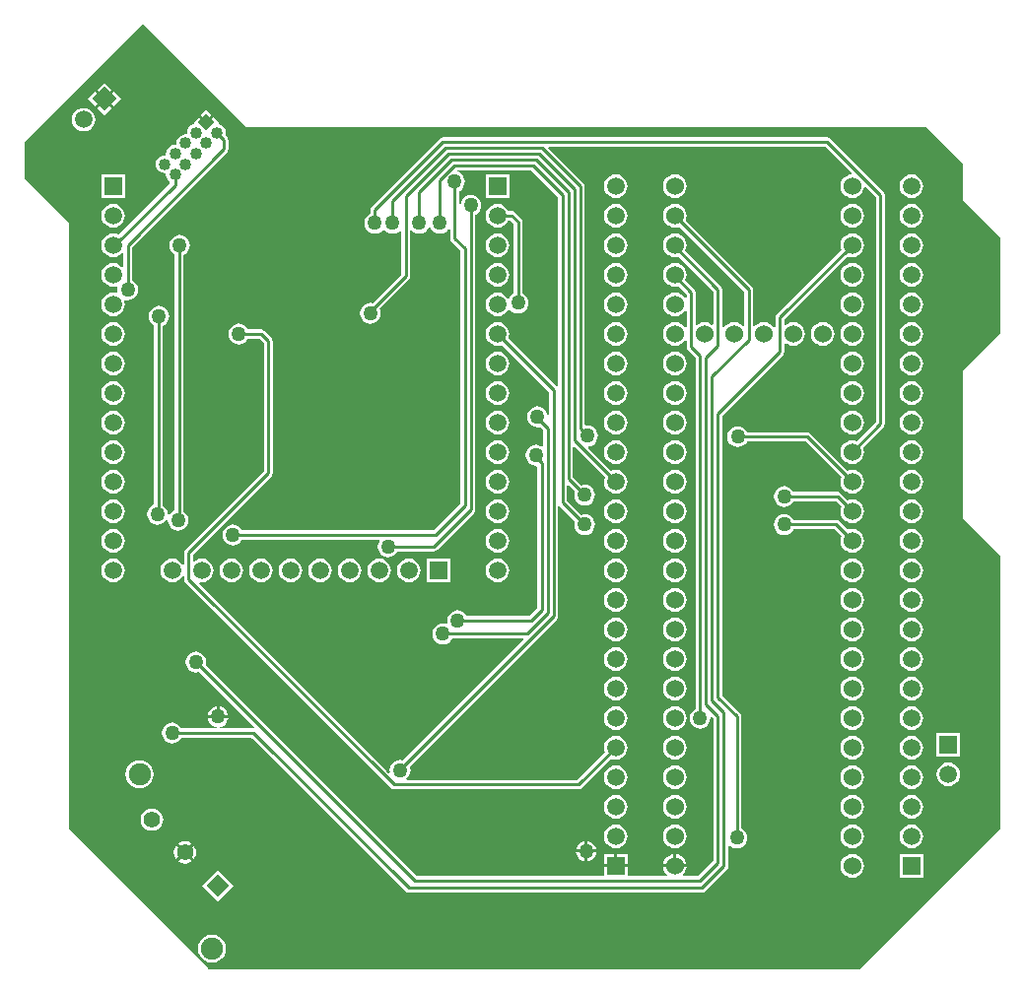
<source format=gbl>
G04*
G04 #@! TF.GenerationSoftware,Altium Limited,Altium Designer,20.1.14 (287)*
G04*
G04 Layer_Physical_Order=2*
G04 Layer_Color=1138169*
%FSLAX25Y25*%
%MOIN*%
G70*
G04*
G04 #@! TF.SameCoordinates,0D2ED980-A127-4EFE-AF8B-45E26DFE5CAE*
G04*
G04*
G04 #@! TF.FilePolarity,Positive*
G04*
G01*
G75*
%ADD11C,0.01000*%
%ADD32C,0.06000*%
%ADD33C,0.05906*%
%ADD34R,0.05906X0.05906*%
%ADD35R,0.05906X0.05906*%
%ADD36P,0.07795X4X360.0*%
%ADD37C,0.07480*%
%ADD38C,0.05512*%
%ADD39P,0.05657X4X360.0*%
%ADD40C,0.04000*%
%ADD41P,0.08352X4X270.0*%
%ADD42C,0.05000*%
G36*
X45000Y20000D02*
X275000D01*
X287500Y7500D01*
Y-5000D01*
X300000Y-17500D01*
Y-50000D01*
X287500Y-62500D01*
Y-112500D01*
X300000Y-125000D01*
Y-217500D01*
X252500Y-265000D01*
X32500D01*
X-15000Y-217500D01*
Y-12500D01*
X-30000Y2500D01*
Y15000D01*
X10000Y55000D01*
X45000Y20000D01*
D02*
G37*
%LPC*%
G36*
X-2929Y35161D02*
X-5370Y32720D01*
X-2929Y30278D01*
X-488Y32720D01*
X-2929Y35161D01*
D02*
G37*
G36*
X220Y32013D02*
X-2222Y29571D01*
X220Y27130D01*
X2661Y29571D01*
X220Y32013D01*
D02*
G37*
G36*
X-6078Y32013D02*
X-8519Y29571D01*
X-6078Y27130D01*
X-3636Y29571D01*
X-6078Y32013D01*
D02*
G37*
G36*
X-2929Y28864D02*
X-5370Y26423D01*
X-2929Y23981D01*
X-488Y26423D01*
X-2929Y28864D01*
D02*
G37*
G36*
X31536Y25849D02*
X29768Y24081D01*
X31536Y22314D01*
X33303Y24081D01*
X31536Y25849D01*
D02*
G37*
G36*
X34010Y23374D02*
X31889Y21253D01*
X31536Y21607D01*
X31182Y21253D01*
X29061Y23374D01*
X27293Y21607D01*
X27426Y21474D01*
X27265Y21000D01*
X27217Y20994D01*
X26487Y20692D01*
X25860Y20211D01*
X25379Y19584D01*
X25077Y18854D01*
X24974Y18071D01*
X24998Y17891D01*
X24644Y17538D01*
X24464Y17561D01*
X23681Y17458D01*
X22952Y17156D01*
X22325Y16675D01*
X21844Y16048D01*
X21542Y15319D01*
X21439Y14536D01*
X21462Y14356D01*
X21109Y14002D01*
X20929Y14026D01*
X20146Y13923D01*
X19416Y13621D01*
X18789Y13140D01*
X18308Y12513D01*
X18006Y11783D01*
X17903Y11000D01*
X17927Y10820D01*
X17573Y10467D01*
X17393Y10490D01*
X16610Y10387D01*
X15880Y10085D01*
X15254Y9604D01*
X14773Y8977D01*
X14471Y8248D01*
X14367Y7464D01*
X14471Y6681D01*
X14773Y5951D01*
X15254Y5325D01*
X15880Y4844D01*
X16610Y4542D01*
X17393Y4439D01*
X17573Y4462D01*
X17927Y4109D01*
X17903Y3929D01*
X18006Y3146D01*
X18308Y2416D01*
X18789Y1789D01*
X19143Y1518D01*
X19177Y902D01*
X1805Y-16469D01*
X1032Y-16149D01*
X0Y-16013D01*
X-1032Y-16149D01*
X-1993Y-16547D01*
X-2819Y-17181D01*
X-3453Y-18007D01*
X-3851Y-18968D01*
X-3987Y-20000D01*
X-3851Y-21032D01*
X-3453Y-21993D01*
X-2819Y-22819D01*
X-1993Y-23453D01*
X-1032Y-23851D01*
X0Y-23987D01*
X1032Y-23851D01*
X1993Y-23453D01*
X2819Y-22819D01*
X2971Y-22622D01*
X3471Y-22792D01*
Y-27209D01*
X2971Y-27378D01*
X2819Y-27181D01*
X1993Y-26547D01*
X1032Y-26149D01*
X0Y-26013D01*
X-1032Y-26149D01*
X-1993Y-26547D01*
X-2819Y-27181D01*
X-3453Y-28007D01*
X-3851Y-28968D01*
X-3987Y-30000D01*
X-3851Y-31032D01*
X-3453Y-31993D01*
X-2819Y-32819D01*
X-1993Y-33453D01*
X-1032Y-33851D01*
X0Y-33987D01*
X1032Y-33851D01*
X1243Y-33764D01*
X1580Y-34165D01*
X1470Y-35000D01*
X1580Y-35835D01*
X1243Y-36237D01*
X1032Y-36149D01*
X0Y-36013D01*
X-1032Y-36149D01*
X-1993Y-36547D01*
X-2819Y-37181D01*
X-3453Y-38007D01*
X-3851Y-38968D01*
X-3987Y-40000D01*
X-3851Y-41032D01*
X-3453Y-41993D01*
X-2819Y-42819D01*
X-1993Y-43453D01*
X-1032Y-43851D01*
X0Y-43987D01*
X1032Y-43851D01*
X1993Y-43453D01*
X2819Y-42819D01*
X3453Y-41993D01*
X3851Y-41032D01*
X3987Y-40000D01*
X3851Y-38968D01*
X3763Y-38757D01*
X4165Y-38420D01*
X5000Y-38530D01*
X5914Y-38410D01*
X6765Y-38057D01*
X7496Y-37496D01*
X8057Y-36765D01*
X8410Y-35914D01*
X8530Y-35000D01*
X8410Y-34086D01*
X8057Y-33235D01*
X7496Y-32504D01*
X6765Y-31943D01*
X6529Y-31845D01*
Y-20633D01*
X38581Y11419D01*
X38913Y11915D01*
X39029Y12500D01*
Y15550D01*
X38913Y16136D01*
X38581Y16632D01*
X37974Y17239D01*
X37994Y17288D01*
X38097Y18071D01*
X37994Y18854D01*
X37692Y19584D01*
X37211Y20211D01*
X36584Y20692D01*
X35854Y20994D01*
X35806Y21000D01*
X35645Y21474D01*
X35778Y21607D01*
X34010Y23374D01*
D02*
G37*
G36*
X-10000Y26487D02*
X-11032Y26351D01*
X-11993Y25953D01*
X-12819Y25319D01*
X-13453Y24493D01*
X-13851Y23532D01*
X-13987Y22500D01*
X-13851Y21468D01*
X-13453Y20507D01*
X-12819Y19681D01*
X-11993Y19047D01*
X-11032Y18649D01*
X-10000Y18513D01*
X-8968Y18649D01*
X-8007Y19047D01*
X-7181Y19681D01*
X-6547Y20507D01*
X-6149Y21468D01*
X-6013Y22500D01*
X-6149Y23532D01*
X-6547Y24493D01*
X-7181Y25319D01*
X-8007Y25953D01*
X-8968Y26351D01*
X-10000Y26487D01*
D02*
G37*
G36*
X133953Y3953D02*
X126047D01*
Y-3953D01*
X133953D01*
Y3953D01*
D02*
G37*
G36*
X3953D02*
X-3953D01*
Y-3953D01*
X3953D01*
Y3953D01*
D02*
G37*
G36*
X270000Y3987D02*
X268968Y3851D01*
X268007Y3453D01*
X267181Y2819D01*
X266547Y1993D01*
X266149Y1032D01*
X266013Y0D01*
X266149Y-1032D01*
X266547Y-1993D01*
X267181Y-2819D01*
X268007Y-3453D01*
X268968Y-3851D01*
X270000Y-3987D01*
X271032Y-3851D01*
X271993Y-3453D01*
X272819Y-2819D01*
X273453Y-1993D01*
X273851Y-1032D01*
X273987Y0D01*
X273851Y1032D01*
X273453Y1993D01*
X272819Y2819D01*
X271993Y3453D01*
X271032Y3851D01*
X270000Y3987D01*
D02*
G37*
G36*
X170000D02*
X168968Y3851D01*
X168007Y3453D01*
X167181Y2819D01*
X166547Y1993D01*
X166149Y1032D01*
X166013Y0D01*
X166149Y-1032D01*
X166547Y-1993D01*
X167181Y-2819D01*
X168007Y-3453D01*
X168968Y-3851D01*
X170000Y-3987D01*
X171032Y-3851D01*
X171993Y-3453D01*
X172819Y-2819D01*
X173453Y-1993D01*
X173851Y-1032D01*
X173987Y0D01*
X173851Y1032D01*
X173453Y1993D01*
X172819Y2819D01*
X171993Y3453D01*
X171032Y3851D01*
X170000Y3987D01*
D02*
G37*
G36*
X190000Y4034D02*
X188956Y3897D01*
X187983Y3494D01*
X187147Y2853D01*
X186506Y2017D01*
X186103Y1044D01*
X185966Y0D01*
X186103Y-1044D01*
X186506Y-2017D01*
X187147Y-2853D01*
X187983Y-3494D01*
X188956Y-3897D01*
X190000Y-4034D01*
X191044Y-3897D01*
X192017Y-3494D01*
X192853Y-2853D01*
X193494Y-2017D01*
X193897Y-1044D01*
X194035Y0D01*
X193897Y1044D01*
X193494Y2017D01*
X192853Y2853D01*
X192017Y3494D01*
X191044Y3897D01*
X190000Y4034D01*
D02*
G37*
G36*
X270000Y-6013D02*
X268968Y-6149D01*
X268007Y-6547D01*
X267181Y-7181D01*
X266547Y-8007D01*
X266149Y-8968D01*
X266013Y-10000D01*
X266149Y-11032D01*
X266547Y-11993D01*
X267181Y-12819D01*
X268007Y-13453D01*
X268968Y-13851D01*
X270000Y-13987D01*
X271032Y-13851D01*
X271993Y-13453D01*
X272819Y-12819D01*
X273453Y-11993D01*
X273851Y-11032D01*
X273987Y-10000D01*
X273851Y-8968D01*
X273453Y-8007D01*
X272819Y-7181D01*
X271993Y-6547D01*
X271032Y-6149D01*
X270000Y-6013D01*
D02*
G37*
G36*
X170000D02*
X168968Y-6149D01*
X168007Y-6547D01*
X167181Y-7181D01*
X166547Y-8007D01*
X166149Y-8968D01*
X166013Y-10000D01*
X166149Y-11032D01*
X166547Y-11993D01*
X167181Y-12819D01*
X168007Y-13453D01*
X168968Y-13851D01*
X170000Y-13987D01*
X171032Y-13851D01*
X171993Y-13453D01*
X172819Y-12819D01*
X173453Y-11993D01*
X173851Y-11032D01*
X173987Y-10000D01*
X173851Y-8968D01*
X173453Y-8007D01*
X172819Y-7181D01*
X171993Y-6547D01*
X171032Y-6149D01*
X170000Y-6013D01*
D02*
G37*
G36*
X0D02*
X-1032Y-6149D01*
X-1993Y-6547D01*
X-2819Y-7181D01*
X-3453Y-8007D01*
X-3851Y-8968D01*
X-3987Y-10000D01*
X-3851Y-11032D01*
X-3453Y-11993D01*
X-2819Y-12819D01*
X-1993Y-13453D01*
X-1032Y-13851D01*
X0Y-13987D01*
X1032Y-13851D01*
X1993Y-13453D01*
X2819Y-12819D01*
X3453Y-11993D01*
X3851Y-11032D01*
X3987Y-10000D01*
X3851Y-8968D01*
X3453Y-8007D01*
X2819Y-7181D01*
X1993Y-6547D01*
X1032Y-6149D01*
X0Y-6013D01*
D02*
G37*
G36*
X250000Y-5965D02*
X248956Y-6103D01*
X247983Y-6506D01*
X247147Y-7147D01*
X246506Y-7983D01*
X246103Y-8956D01*
X245966Y-10000D01*
X246103Y-11044D01*
X246506Y-12017D01*
X247147Y-12853D01*
X247983Y-13494D01*
X248956Y-13897D01*
X250000Y-14035D01*
X251044Y-13897D01*
X252017Y-13494D01*
X252853Y-12853D01*
X253494Y-12017D01*
X253897Y-11044D01*
X254034Y-10000D01*
X253897Y-8956D01*
X253494Y-7983D01*
X252853Y-7147D01*
X252017Y-6506D01*
X251044Y-6103D01*
X250000Y-5965D01*
D02*
G37*
G36*
X270000Y-16013D02*
X268968Y-16149D01*
X268007Y-16547D01*
X267181Y-17181D01*
X266547Y-18007D01*
X266149Y-18968D01*
X266013Y-20000D01*
X266149Y-21032D01*
X266547Y-21993D01*
X267181Y-22819D01*
X268007Y-23453D01*
X268968Y-23851D01*
X270000Y-23987D01*
X271032Y-23851D01*
X271993Y-23453D01*
X272819Y-22819D01*
X273453Y-21993D01*
X273851Y-21032D01*
X273987Y-20000D01*
X273851Y-18968D01*
X273453Y-18007D01*
X272819Y-17181D01*
X271993Y-16547D01*
X271032Y-16149D01*
X270000Y-16013D01*
D02*
G37*
G36*
X170000D02*
X168968Y-16149D01*
X168007Y-16547D01*
X167181Y-17181D01*
X166547Y-18007D01*
X166149Y-18968D01*
X166013Y-20000D01*
X166149Y-21032D01*
X166547Y-21993D01*
X167181Y-22819D01*
X168007Y-23453D01*
X168968Y-23851D01*
X170000Y-23987D01*
X171032Y-23851D01*
X171993Y-23453D01*
X172819Y-22819D01*
X173453Y-21993D01*
X173851Y-21032D01*
X173987Y-20000D01*
X173851Y-18968D01*
X173453Y-18007D01*
X172819Y-17181D01*
X171993Y-16547D01*
X171032Y-16149D01*
X170000Y-16013D01*
D02*
G37*
G36*
X130000D02*
X128968Y-16149D01*
X128007Y-16547D01*
X127181Y-17181D01*
X126547Y-18007D01*
X126149Y-18968D01*
X126013Y-20000D01*
X126149Y-21032D01*
X126547Y-21993D01*
X127181Y-22819D01*
X128007Y-23453D01*
X128968Y-23851D01*
X130000Y-23987D01*
X131032Y-23851D01*
X131993Y-23453D01*
X132819Y-22819D01*
X133453Y-21993D01*
X133851Y-21032D01*
X133987Y-20000D01*
X133851Y-18968D01*
X133453Y-18007D01*
X132819Y-17181D01*
X131993Y-16547D01*
X131032Y-16149D01*
X130000Y-16013D01*
D02*
G37*
G36*
X270000Y-26013D02*
X268968Y-26149D01*
X268007Y-26547D01*
X267181Y-27181D01*
X266547Y-28007D01*
X266149Y-28968D01*
X266013Y-30000D01*
X266149Y-31032D01*
X266547Y-31993D01*
X267181Y-32819D01*
X268007Y-33453D01*
X268968Y-33851D01*
X270000Y-33987D01*
X271032Y-33851D01*
X271993Y-33453D01*
X272819Y-32819D01*
X273453Y-31993D01*
X273851Y-31032D01*
X273987Y-30000D01*
X273851Y-28968D01*
X273453Y-28007D01*
X272819Y-27181D01*
X271993Y-26547D01*
X271032Y-26149D01*
X270000Y-26013D01*
D02*
G37*
G36*
X170000D02*
X168968Y-26149D01*
X168007Y-26547D01*
X167181Y-27181D01*
X166547Y-28007D01*
X166149Y-28968D01*
X166013Y-30000D01*
X166149Y-31032D01*
X166547Y-31993D01*
X167181Y-32819D01*
X168007Y-33453D01*
X168968Y-33851D01*
X170000Y-33987D01*
X171032Y-33851D01*
X171993Y-33453D01*
X172819Y-32819D01*
X173453Y-31993D01*
X173851Y-31032D01*
X173987Y-30000D01*
X173851Y-28968D01*
X173453Y-28007D01*
X172819Y-27181D01*
X171993Y-26547D01*
X171032Y-26149D01*
X170000Y-26013D01*
D02*
G37*
G36*
X130000D02*
X128968Y-26149D01*
X128007Y-26547D01*
X127181Y-27181D01*
X126547Y-28007D01*
X126149Y-28968D01*
X126013Y-30000D01*
X126149Y-31032D01*
X126547Y-31993D01*
X127181Y-32819D01*
X128007Y-33453D01*
X128968Y-33851D01*
X130000Y-33987D01*
X131032Y-33851D01*
X131993Y-33453D01*
X132819Y-32819D01*
X133453Y-31993D01*
X133851Y-31032D01*
X133987Y-30000D01*
X133851Y-28968D01*
X133453Y-28007D01*
X132819Y-27181D01*
X131993Y-26547D01*
X131032Y-26149D01*
X130000Y-26013D01*
D02*
G37*
G36*
X250000Y-25965D02*
X248956Y-26103D01*
X247983Y-26506D01*
X247147Y-27147D01*
X246506Y-27983D01*
X246103Y-28956D01*
X245966Y-30000D01*
X246103Y-31044D01*
X246506Y-32017D01*
X247147Y-32853D01*
X247983Y-33494D01*
X248956Y-33897D01*
X250000Y-34034D01*
X251044Y-33897D01*
X252017Y-33494D01*
X252853Y-32853D01*
X253494Y-32017D01*
X253897Y-31044D01*
X254034Y-30000D01*
X253897Y-28956D01*
X253494Y-27983D01*
X252853Y-27147D01*
X252017Y-26506D01*
X251044Y-26103D01*
X250000Y-25965D01*
D02*
G37*
G36*
X130000Y-6013D02*
X128968Y-6149D01*
X128007Y-6547D01*
X127181Y-7181D01*
X126547Y-8007D01*
X126149Y-8968D01*
X126013Y-10000D01*
X126149Y-11032D01*
X126547Y-11993D01*
X127181Y-12819D01*
X128007Y-13453D01*
X128968Y-13851D01*
X130000Y-13987D01*
X131032Y-13851D01*
X131993Y-13453D01*
X132819Y-12819D01*
X133453Y-11993D01*
X133680Y-11444D01*
X134164D01*
X135471Y-12751D01*
Y-36345D01*
X135235Y-36443D01*
X134504Y-37004D01*
X133943Y-37735D01*
X133891Y-37859D01*
X133346Y-37868D01*
X132819Y-37181D01*
X131993Y-36547D01*
X131032Y-36149D01*
X130000Y-36013D01*
X128968Y-36149D01*
X128007Y-36547D01*
X127181Y-37181D01*
X126547Y-38007D01*
X126149Y-38968D01*
X126013Y-40000D01*
X126149Y-41032D01*
X126547Y-41993D01*
X127181Y-42819D01*
X128007Y-43453D01*
X128968Y-43851D01*
X130000Y-43987D01*
X131032Y-43851D01*
X131993Y-43453D01*
X132819Y-42819D01*
X133453Y-41993D01*
X133599Y-41639D01*
X134172Y-41564D01*
X134504Y-41996D01*
X135235Y-42557D01*
X136086Y-42910D01*
X137000Y-43030D01*
X137914Y-42910D01*
X138765Y-42557D01*
X139496Y-41996D01*
X140057Y-41265D01*
X140410Y-40414D01*
X140530Y-39500D01*
X140410Y-38586D01*
X140057Y-37735D01*
X139496Y-37004D01*
X138765Y-36443D01*
X138529Y-36345D01*
Y-12117D01*
X138413Y-11532D01*
X138081Y-11036D01*
X135879Y-8833D01*
X135382Y-8501D01*
X134797Y-8385D01*
X133609D01*
X133453Y-8007D01*
X132819Y-7181D01*
X131993Y-6547D01*
X131032Y-6149D01*
X130000Y-6013D01*
D02*
G37*
G36*
X270000Y-36013D02*
X268968Y-36149D01*
X268007Y-36547D01*
X267181Y-37181D01*
X266547Y-38007D01*
X266149Y-38968D01*
X266013Y-40000D01*
X266149Y-41032D01*
X266547Y-41993D01*
X267181Y-42819D01*
X268007Y-43453D01*
X268968Y-43851D01*
X270000Y-43987D01*
X271032Y-43851D01*
X271993Y-43453D01*
X272819Y-42819D01*
X273453Y-41993D01*
X273851Y-41032D01*
X273987Y-40000D01*
X273851Y-38968D01*
X273453Y-38007D01*
X272819Y-37181D01*
X271993Y-36547D01*
X271032Y-36149D01*
X270000Y-36013D01*
D02*
G37*
G36*
X170000D02*
X168968Y-36149D01*
X168007Y-36547D01*
X167181Y-37181D01*
X166547Y-38007D01*
X166149Y-38968D01*
X166013Y-40000D01*
X166149Y-41032D01*
X166547Y-41993D01*
X167181Y-42819D01*
X168007Y-43453D01*
X168968Y-43851D01*
X170000Y-43987D01*
X171032Y-43851D01*
X171993Y-43453D01*
X172819Y-42819D01*
X173453Y-41993D01*
X173851Y-41032D01*
X173987Y-40000D01*
X173851Y-38968D01*
X173453Y-38007D01*
X172819Y-37181D01*
X171993Y-36547D01*
X171032Y-36149D01*
X170000Y-36013D01*
D02*
G37*
G36*
X250000Y-35965D02*
X248956Y-36103D01*
X247983Y-36506D01*
X247147Y-37147D01*
X246506Y-37983D01*
X246103Y-38956D01*
X245966Y-40000D01*
X246103Y-41044D01*
X246506Y-42017D01*
X247147Y-42853D01*
X247983Y-43494D01*
X248956Y-43897D01*
X250000Y-44034D01*
X251044Y-43897D01*
X252017Y-43494D01*
X252853Y-42853D01*
X253494Y-42017D01*
X253897Y-41044D01*
X254034Y-40000D01*
X253897Y-38956D01*
X253494Y-37983D01*
X252853Y-37147D01*
X252017Y-36506D01*
X251044Y-36103D01*
X250000Y-35965D01*
D02*
G37*
G36*
X190000Y-5965D02*
X188956Y-6103D01*
X187983Y-6506D01*
X187147Y-7147D01*
X186506Y-7983D01*
X186103Y-8956D01*
X185966Y-10000D01*
X186103Y-11044D01*
X186506Y-12017D01*
X187147Y-12853D01*
X187983Y-13494D01*
X188956Y-13897D01*
X190000Y-14035D01*
X191044Y-13897D01*
X191532Y-13695D01*
X213471Y-35634D01*
Y-47175D01*
X212997Y-47335D01*
X212853Y-47147D01*
X212017Y-46506D01*
X211044Y-46103D01*
X210000Y-45965D01*
X208956Y-46103D01*
X207983Y-46506D01*
X207147Y-47147D01*
X206529Y-47952D01*
X206476Y-47955D01*
X206029Y-47700D01*
Y-35000D01*
X205913Y-34415D01*
X205581Y-33919D01*
X193549Y-21886D01*
X193897Y-21044D01*
X194035Y-20000D01*
X193897Y-18956D01*
X193494Y-17983D01*
X192853Y-17147D01*
X192017Y-16506D01*
X191044Y-16103D01*
X190000Y-15966D01*
X188956Y-16103D01*
X187983Y-16506D01*
X187147Y-17147D01*
X186506Y-17983D01*
X186103Y-18956D01*
X185966Y-20000D01*
X186103Y-21044D01*
X186506Y-22017D01*
X187147Y-22853D01*
X187983Y-23494D01*
X188956Y-23897D01*
X190000Y-24035D01*
X191044Y-23897D01*
X191179Y-23841D01*
X202971Y-35634D01*
Y-46607D01*
X202471Y-46854D01*
X202017Y-46506D01*
X201044Y-46103D01*
X200000Y-45965D01*
X198956Y-46103D01*
X197983Y-46506D01*
X197529Y-46854D01*
X197029Y-46607D01*
Y-36000D01*
X196913Y-35415D01*
X196581Y-34918D01*
X193549Y-31886D01*
X193897Y-31044D01*
X194035Y-30000D01*
X193897Y-28956D01*
X193494Y-27983D01*
X192853Y-27147D01*
X192017Y-26506D01*
X191044Y-26103D01*
X190000Y-25965D01*
X188956Y-26103D01*
X187983Y-26506D01*
X187147Y-27147D01*
X186506Y-27983D01*
X186103Y-28956D01*
X185966Y-30000D01*
X186103Y-31044D01*
X186506Y-32017D01*
X187147Y-32853D01*
X187983Y-33494D01*
X188956Y-33897D01*
X190000Y-34034D01*
X191044Y-33897D01*
X191179Y-33841D01*
X193971Y-36634D01*
Y-37700D01*
X193524Y-37955D01*
X193471Y-37952D01*
X192853Y-37147D01*
X192017Y-36506D01*
X191044Y-36103D01*
X190000Y-35965D01*
X188956Y-36103D01*
X187983Y-36506D01*
X187147Y-37147D01*
X186506Y-37983D01*
X186103Y-38956D01*
X185966Y-40000D01*
X186103Y-41044D01*
X186506Y-42017D01*
X187147Y-42853D01*
X187983Y-43494D01*
X188956Y-43897D01*
X190000Y-44034D01*
X191044Y-43897D01*
X192017Y-43494D01*
X192853Y-42853D01*
X193471Y-42048D01*
X193524Y-42045D01*
X193971Y-42300D01*
Y-47700D01*
X193524Y-47955D01*
X193471Y-47952D01*
X192853Y-47147D01*
X192017Y-46506D01*
X191044Y-46103D01*
X190000Y-45965D01*
X188956Y-46103D01*
X187983Y-46506D01*
X187147Y-47147D01*
X186506Y-47983D01*
X186103Y-48956D01*
X185966Y-50000D01*
X186103Y-51044D01*
X186506Y-52017D01*
X187147Y-52853D01*
X187983Y-53494D01*
X188956Y-53897D01*
X190000Y-54035D01*
X191044Y-53897D01*
X192017Y-53494D01*
X192853Y-52853D01*
X193471Y-52048D01*
X193524Y-52045D01*
X193971Y-52300D01*
Y-54500D01*
X194087Y-55085D01*
X194419Y-55581D01*
X196971Y-58134D01*
Y-176845D01*
X196735Y-176943D01*
X196004Y-177504D01*
X195443Y-178235D01*
X195090Y-179086D01*
X194970Y-180000D01*
X195090Y-180914D01*
X195443Y-181765D01*
X196004Y-182496D01*
X196735Y-183057D01*
X197586Y-183410D01*
X198500Y-183530D01*
X199414Y-183410D01*
X200265Y-183057D01*
X200996Y-182496D01*
X201557Y-181765D01*
X201910Y-180914D01*
X202030Y-180000D01*
X201980Y-179622D01*
X202454Y-179388D01*
X202971Y-179905D01*
Y-228366D01*
X197866Y-233471D01*
X192825D01*
X192665Y-232997D01*
X192853Y-232853D01*
X193494Y-232017D01*
X193897Y-231044D01*
X193969Y-230500D01*
X190000D01*
X186031D01*
X186103Y-231044D01*
X186506Y-232017D01*
X187147Y-232853D01*
X187335Y-232997D01*
X187174Y-233471D01*
X173953D01*
Y-230500D01*
X170000D01*
X166047D01*
Y-233471D01*
X102634D01*
X31312Y-162149D01*
X31410Y-161914D01*
X31530Y-161000D01*
X31410Y-160086D01*
X31057Y-159235D01*
X30496Y-158504D01*
X29765Y-157943D01*
X28914Y-157590D01*
X28000Y-157470D01*
X27086Y-157590D01*
X26235Y-157943D01*
X25504Y-158504D01*
X24943Y-159235D01*
X24590Y-160086D01*
X24470Y-161000D01*
X24590Y-161914D01*
X24943Y-162765D01*
X25504Y-163496D01*
X26235Y-164057D01*
X27086Y-164410D01*
X28000Y-164530D01*
X28914Y-164410D01*
X29149Y-164312D01*
X47872Y-183035D01*
X47626Y-183496D01*
X47500Y-183471D01*
X35985D01*
X35953Y-182971D01*
X36414Y-182910D01*
X37265Y-182557D01*
X37996Y-181996D01*
X38557Y-181265D01*
X38910Y-180414D01*
X38964Y-180000D01*
X32036D01*
X32090Y-180414D01*
X32443Y-181265D01*
X33004Y-181996D01*
X33735Y-182557D01*
X34586Y-182910D01*
X35047Y-182971D01*
X35015Y-183471D01*
X23155D01*
X23057Y-183235D01*
X22496Y-182504D01*
X21765Y-181943D01*
X20914Y-181590D01*
X20000Y-181470D01*
X19086Y-181590D01*
X18235Y-181943D01*
X17504Y-182504D01*
X16943Y-183235D01*
X16590Y-184086D01*
X16470Y-185000D01*
X16590Y-185914D01*
X16943Y-186765D01*
X17504Y-187496D01*
X18235Y-188057D01*
X19086Y-188410D01*
X20000Y-188530D01*
X20914Y-188410D01*
X21765Y-188057D01*
X22496Y-187496D01*
X23057Y-186765D01*
X23155Y-186529D01*
X46867D01*
X98919Y-238581D01*
X99415Y-238913D01*
X100000Y-239029D01*
X199000Y-239029D01*
X199585Y-238913D01*
X200081Y-238581D01*
X207635Y-231028D01*
X207966Y-230532D01*
X208083Y-229947D01*
Y-223191D01*
X208583Y-223057D01*
X209235Y-223557D01*
X210086Y-223910D01*
X211000Y-224030D01*
X211914Y-223910D01*
X212765Y-223557D01*
X213496Y-222996D01*
X214057Y-222265D01*
X214410Y-221414D01*
X214530Y-220500D01*
X214410Y-219586D01*
X214057Y-218735D01*
X213496Y-218004D01*
X212765Y-217443D01*
X212529Y-217345D01*
Y-179500D01*
X212413Y-178915D01*
X212081Y-178419D01*
X206029Y-172366D01*
Y-77634D01*
X226581Y-57081D01*
X226913Y-56585D01*
X227029Y-56000D01*
Y-53393D01*
X227529Y-53146D01*
X227983Y-53494D01*
X228956Y-53897D01*
X230000Y-54035D01*
X231044Y-53897D01*
X232017Y-53494D01*
X232853Y-52853D01*
X233494Y-52017D01*
X233897Y-51044D01*
X234034Y-50000D01*
X233897Y-48956D01*
X233494Y-47983D01*
X232853Y-47147D01*
X232017Y-46506D01*
X231044Y-46103D01*
X230000Y-45965D01*
X228956Y-46103D01*
X227983Y-46506D01*
X227529Y-46854D01*
X227029Y-46607D01*
Y-45134D01*
X248468Y-23695D01*
X248956Y-23897D01*
X250000Y-24035D01*
X251044Y-23897D01*
X252017Y-23494D01*
X252853Y-22853D01*
X253494Y-22017D01*
X253897Y-21044D01*
X254034Y-20000D01*
X253897Y-18956D01*
X253494Y-17983D01*
X252853Y-17147D01*
X252017Y-16506D01*
X251044Y-16103D01*
X250000Y-15966D01*
X248956Y-16103D01*
X247983Y-16506D01*
X247147Y-17147D01*
X246506Y-17983D01*
X246103Y-18956D01*
X245966Y-20000D01*
X246103Y-21044D01*
X246305Y-21532D01*
X224419Y-43419D01*
X224087Y-43915D01*
X223971Y-44500D01*
Y-47700D01*
X223524Y-47955D01*
X223471Y-47952D01*
X222853Y-47147D01*
X222017Y-46506D01*
X221044Y-46103D01*
X220000Y-45965D01*
X218956Y-46103D01*
X217983Y-46506D01*
X217147Y-47147D01*
X217003Y-47335D01*
X216529Y-47175D01*
Y-35000D01*
X216413Y-34415D01*
X216081Y-33919D01*
X193695Y-11532D01*
X193897Y-11044D01*
X194035Y-10000D01*
X193897Y-8956D01*
X193494Y-7983D01*
X192853Y-7147D01*
X192017Y-6506D01*
X191044Y-6103D01*
X190000Y-5965D01*
D02*
G37*
G36*
X270000Y-46013D02*
X268968Y-46149D01*
X268007Y-46547D01*
X267181Y-47181D01*
X266547Y-48007D01*
X266149Y-48968D01*
X266013Y-50000D01*
X266149Y-51032D01*
X266547Y-51993D01*
X267181Y-52819D01*
X268007Y-53453D01*
X268968Y-53851D01*
X270000Y-53987D01*
X271032Y-53851D01*
X271993Y-53453D01*
X272819Y-52819D01*
X273453Y-51993D01*
X273851Y-51032D01*
X273987Y-50000D01*
X273851Y-48968D01*
X273453Y-48007D01*
X272819Y-47181D01*
X271993Y-46547D01*
X271032Y-46149D01*
X270000Y-46013D01*
D02*
G37*
G36*
X170000D02*
X168968Y-46149D01*
X168007Y-46547D01*
X167181Y-47181D01*
X166547Y-48007D01*
X166149Y-48968D01*
X166013Y-50000D01*
X166149Y-51032D01*
X166547Y-51993D01*
X167181Y-52819D01*
X168007Y-53453D01*
X168968Y-53851D01*
X170000Y-53987D01*
X171032Y-53851D01*
X171993Y-53453D01*
X172819Y-52819D01*
X173453Y-51993D01*
X173851Y-51032D01*
X173987Y-50000D01*
X173851Y-48968D01*
X173453Y-48007D01*
X172819Y-47181D01*
X171993Y-46547D01*
X171032Y-46149D01*
X170000Y-46013D01*
D02*
G37*
G36*
X0D02*
X-1032Y-46149D01*
X-1993Y-46547D01*
X-2819Y-47181D01*
X-3453Y-48007D01*
X-3851Y-48968D01*
X-3987Y-50000D01*
X-3851Y-51032D01*
X-3453Y-51993D01*
X-2819Y-52819D01*
X-1993Y-53453D01*
X-1032Y-53851D01*
X0Y-53987D01*
X1032Y-53851D01*
X1993Y-53453D01*
X2819Y-52819D01*
X3453Y-51993D01*
X3851Y-51032D01*
X3987Y-50000D01*
X3851Y-48968D01*
X3453Y-48007D01*
X2819Y-47181D01*
X1993Y-46547D01*
X1032Y-46149D01*
X0Y-46013D01*
D02*
G37*
G36*
X250000Y-45965D02*
X248956Y-46103D01*
X247983Y-46506D01*
X247147Y-47147D01*
X246506Y-47983D01*
X246103Y-48956D01*
X245966Y-50000D01*
X246103Y-51044D01*
X246506Y-52017D01*
X247147Y-52853D01*
X247983Y-53494D01*
X248956Y-53897D01*
X250000Y-54035D01*
X251044Y-53897D01*
X252017Y-53494D01*
X252853Y-52853D01*
X253494Y-52017D01*
X253897Y-51044D01*
X254034Y-50000D01*
X253897Y-48956D01*
X253494Y-47983D01*
X252853Y-47147D01*
X252017Y-46506D01*
X251044Y-46103D01*
X250000Y-45965D01*
D02*
G37*
G36*
X240000D02*
X238956Y-46103D01*
X237983Y-46506D01*
X237147Y-47147D01*
X236506Y-47983D01*
X236103Y-48956D01*
X235965Y-50000D01*
X236103Y-51044D01*
X236506Y-52017D01*
X237147Y-52853D01*
X237983Y-53494D01*
X238956Y-53897D01*
X240000Y-54035D01*
X241044Y-53897D01*
X242017Y-53494D01*
X242853Y-52853D01*
X243494Y-52017D01*
X243897Y-51044D01*
X244035Y-50000D01*
X243897Y-48956D01*
X243494Y-47983D01*
X242853Y-47147D01*
X242017Y-46506D01*
X241044Y-46103D01*
X240000Y-45965D01*
D02*
G37*
G36*
X270000Y-56013D02*
X268968Y-56149D01*
X268007Y-56547D01*
X267181Y-57181D01*
X266547Y-58007D01*
X266149Y-58968D01*
X266013Y-60000D01*
X266149Y-61032D01*
X266547Y-61993D01*
X267181Y-62819D01*
X268007Y-63453D01*
X268968Y-63851D01*
X270000Y-63987D01*
X271032Y-63851D01*
X271993Y-63453D01*
X272819Y-62819D01*
X273453Y-61993D01*
X273851Y-61032D01*
X273987Y-60000D01*
X273851Y-58968D01*
X273453Y-58007D01*
X272819Y-57181D01*
X271993Y-56547D01*
X271032Y-56149D01*
X270000Y-56013D01*
D02*
G37*
G36*
X170000D02*
X168968Y-56149D01*
X168007Y-56547D01*
X167181Y-57181D01*
X166547Y-58007D01*
X166149Y-58968D01*
X166013Y-60000D01*
X166149Y-61032D01*
X166547Y-61993D01*
X167181Y-62819D01*
X168007Y-63453D01*
X168968Y-63851D01*
X170000Y-63987D01*
X171032Y-63851D01*
X171993Y-63453D01*
X172819Y-62819D01*
X173453Y-61993D01*
X173851Y-61032D01*
X173987Y-60000D01*
X173851Y-58968D01*
X173453Y-58007D01*
X172819Y-57181D01*
X171993Y-56547D01*
X171032Y-56149D01*
X170000Y-56013D01*
D02*
G37*
G36*
X130000D02*
X128968Y-56149D01*
X128007Y-56547D01*
X127181Y-57181D01*
X126547Y-58007D01*
X126149Y-58968D01*
X126013Y-60000D01*
X126149Y-61032D01*
X126547Y-61993D01*
X127181Y-62819D01*
X128007Y-63453D01*
X128968Y-63851D01*
X130000Y-63987D01*
X131032Y-63851D01*
X131993Y-63453D01*
X132819Y-62819D01*
X133453Y-61993D01*
X133851Y-61032D01*
X133987Y-60000D01*
X133851Y-58968D01*
X133453Y-58007D01*
X132819Y-57181D01*
X131993Y-56547D01*
X131032Y-56149D01*
X130000Y-56013D01*
D02*
G37*
G36*
X0D02*
X-1032Y-56149D01*
X-1993Y-56547D01*
X-2819Y-57181D01*
X-3453Y-58007D01*
X-3851Y-58968D01*
X-3987Y-60000D01*
X-3851Y-61032D01*
X-3453Y-61993D01*
X-2819Y-62819D01*
X-1993Y-63453D01*
X-1032Y-63851D01*
X0Y-63987D01*
X1032Y-63851D01*
X1993Y-63453D01*
X2819Y-62819D01*
X3453Y-61993D01*
X3851Y-61032D01*
X3987Y-60000D01*
X3851Y-58968D01*
X3453Y-58007D01*
X2819Y-57181D01*
X1993Y-56547D01*
X1032Y-56149D01*
X0Y-56013D01*
D02*
G37*
G36*
X250000Y-55966D02*
X248956Y-56103D01*
X247983Y-56506D01*
X247147Y-57147D01*
X246506Y-57983D01*
X246103Y-58956D01*
X245966Y-60000D01*
X246103Y-61044D01*
X246506Y-62017D01*
X247147Y-62853D01*
X247983Y-63494D01*
X248956Y-63897D01*
X250000Y-64034D01*
X251044Y-63897D01*
X252017Y-63494D01*
X252853Y-62853D01*
X253494Y-62017D01*
X253897Y-61044D01*
X254034Y-60000D01*
X253897Y-58956D01*
X253494Y-57983D01*
X252853Y-57147D01*
X252017Y-56506D01*
X251044Y-56103D01*
X250000Y-55966D01*
D02*
G37*
G36*
X190000D02*
X188956Y-56103D01*
X187983Y-56506D01*
X187147Y-57147D01*
X186506Y-57983D01*
X186103Y-58956D01*
X185966Y-60000D01*
X186103Y-61044D01*
X186506Y-62017D01*
X187147Y-62853D01*
X187983Y-63494D01*
X188956Y-63897D01*
X190000Y-64034D01*
X191044Y-63897D01*
X192017Y-63494D01*
X192853Y-62853D01*
X193494Y-62017D01*
X193897Y-61044D01*
X194035Y-60000D01*
X193897Y-58956D01*
X193494Y-57983D01*
X192853Y-57147D01*
X192017Y-56506D01*
X191044Y-56103D01*
X190000Y-55966D01*
D02*
G37*
G36*
X270000Y-66013D02*
X268968Y-66149D01*
X268007Y-66547D01*
X267181Y-67181D01*
X266547Y-68007D01*
X266149Y-68968D01*
X266013Y-70000D01*
X266149Y-71032D01*
X266547Y-71993D01*
X267181Y-72819D01*
X268007Y-73453D01*
X268968Y-73851D01*
X270000Y-73987D01*
X271032Y-73851D01*
X271993Y-73453D01*
X272819Y-72819D01*
X273453Y-71993D01*
X273851Y-71032D01*
X273987Y-70000D01*
X273851Y-68968D01*
X273453Y-68007D01*
X272819Y-67181D01*
X271993Y-66547D01*
X271032Y-66149D01*
X270000Y-66013D01*
D02*
G37*
G36*
X170000D02*
X168968Y-66149D01*
X168007Y-66547D01*
X167181Y-67181D01*
X166547Y-68007D01*
X166149Y-68968D01*
X166013Y-70000D01*
X166149Y-71032D01*
X166547Y-71993D01*
X167181Y-72819D01*
X168007Y-73453D01*
X168968Y-73851D01*
X170000Y-73987D01*
X171032Y-73851D01*
X171993Y-73453D01*
X172819Y-72819D01*
X173453Y-71993D01*
X173851Y-71032D01*
X173987Y-70000D01*
X173851Y-68968D01*
X173453Y-68007D01*
X172819Y-67181D01*
X171993Y-66547D01*
X171032Y-66149D01*
X170000Y-66013D01*
D02*
G37*
G36*
X130000D02*
X128968Y-66149D01*
X128007Y-66547D01*
X127181Y-67181D01*
X126547Y-68007D01*
X126149Y-68968D01*
X126013Y-70000D01*
X126149Y-71032D01*
X126547Y-71993D01*
X127181Y-72819D01*
X128007Y-73453D01*
X128968Y-73851D01*
X130000Y-73987D01*
X131032Y-73851D01*
X131993Y-73453D01*
X132819Y-72819D01*
X133453Y-71993D01*
X133851Y-71032D01*
X133987Y-70000D01*
X133851Y-68968D01*
X133453Y-68007D01*
X132819Y-67181D01*
X131993Y-66547D01*
X131032Y-66149D01*
X130000Y-66013D01*
D02*
G37*
G36*
X0D02*
X-1032Y-66149D01*
X-1993Y-66547D01*
X-2819Y-67181D01*
X-3453Y-68007D01*
X-3851Y-68968D01*
X-3987Y-70000D01*
X-3851Y-71032D01*
X-3453Y-71993D01*
X-2819Y-72819D01*
X-1993Y-73453D01*
X-1032Y-73851D01*
X0Y-73987D01*
X1032Y-73851D01*
X1993Y-73453D01*
X2819Y-72819D01*
X3453Y-71993D01*
X3851Y-71032D01*
X3987Y-70000D01*
X3851Y-68968D01*
X3453Y-68007D01*
X2819Y-67181D01*
X1993Y-66547D01*
X1032Y-66149D01*
X0Y-66013D01*
D02*
G37*
G36*
X250000Y-65965D02*
X248956Y-66103D01*
X247983Y-66506D01*
X247147Y-67147D01*
X246506Y-67983D01*
X246103Y-68956D01*
X245966Y-70000D01*
X246103Y-71044D01*
X246506Y-72017D01*
X247147Y-72853D01*
X247983Y-73494D01*
X248956Y-73897D01*
X250000Y-74035D01*
X251044Y-73897D01*
X252017Y-73494D01*
X252853Y-72853D01*
X253494Y-72017D01*
X253897Y-71044D01*
X254034Y-70000D01*
X253897Y-68956D01*
X253494Y-67983D01*
X252853Y-67147D01*
X252017Y-66506D01*
X251044Y-66103D01*
X250000Y-65965D01*
D02*
G37*
G36*
X190000D02*
X188956Y-66103D01*
X187983Y-66506D01*
X187147Y-67147D01*
X186506Y-67983D01*
X186103Y-68956D01*
X185966Y-70000D01*
X186103Y-71044D01*
X186506Y-72017D01*
X187147Y-72853D01*
X187983Y-73494D01*
X188956Y-73897D01*
X190000Y-74035D01*
X191044Y-73897D01*
X192017Y-73494D01*
X192853Y-72853D01*
X193494Y-72017D01*
X193897Y-71044D01*
X194035Y-70000D01*
X193897Y-68956D01*
X193494Y-67983D01*
X192853Y-67147D01*
X192017Y-66506D01*
X191044Y-66103D01*
X190000Y-65965D01*
D02*
G37*
G36*
X270000Y-76013D02*
X268968Y-76149D01*
X268007Y-76547D01*
X267181Y-77181D01*
X266547Y-78007D01*
X266149Y-78968D01*
X266013Y-80000D01*
X266149Y-81032D01*
X266547Y-81993D01*
X267181Y-82819D01*
X268007Y-83453D01*
X268968Y-83851D01*
X270000Y-83987D01*
X271032Y-83851D01*
X271993Y-83453D01*
X272819Y-82819D01*
X273453Y-81993D01*
X273851Y-81032D01*
X273987Y-80000D01*
X273851Y-78968D01*
X273453Y-78007D01*
X272819Y-77181D01*
X271993Y-76547D01*
X271032Y-76149D01*
X270000Y-76013D01*
D02*
G37*
G36*
X170000D02*
X168968Y-76149D01*
X168007Y-76547D01*
X167181Y-77181D01*
X166547Y-78007D01*
X166149Y-78968D01*
X166013Y-80000D01*
X166149Y-81032D01*
X166547Y-81993D01*
X167181Y-82819D01*
X168007Y-83453D01*
X168968Y-83851D01*
X170000Y-83987D01*
X171032Y-83851D01*
X171993Y-83453D01*
X172819Y-82819D01*
X173453Y-81993D01*
X173851Y-81032D01*
X173987Y-80000D01*
X173851Y-78968D01*
X173453Y-78007D01*
X172819Y-77181D01*
X171993Y-76547D01*
X171032Y-76149D01*
X170000Y-76013D01*
D02*
G37*
G36*
X130000D02*
X128968Y-76149D01*
X128007Y-76547D01*
X127181Y-77181D01*
X126547Y-78007D01*
X126149Y-78968D01*
X126013Y-80000D01*
X126149Y-81032D01*
X126547Y-81993D01*
X127181Y-82819D01*
X128007Y-83453D01*
X128968Y-83851D01*
X130000Y-83987D01*
X131032Y-83851D01*
X131993Y-83453D01*
X132819Y-82819D01*
X133453Y-81993D01*
X133851Y-81032D01*
X133987Y-80000D01*
X133851Y-78968D01*
X133453Y-78007D01*
X132819Y-77181D01*
X131993Y-76547D01*
X131032Y-76149D01*
X130000Y-76013D01*
D02*
G37*
G36*
X0D02*
X-1032Y-76149D01*
X-1993Y-76547D01*
X-2819Y-77181D01*
X-3453Y-78007D01*
X-3851Y-78968D01*
X-3987Y-80000D01*
X-3851Y-81032D01*
X-3453Y-81993D01*
X-2819Y-82819D01*
X-1993Y-83453D01*
X-1032Y-83851D01*
X0Y-83987D01*
X1032Y-83851D01*
X1993Y-83453D01*
X2819Y-82819D01*
X3453Y-81993D01*
X3851Y-81032D01*
X3987Y-80000D01*
X3851Y-78968D01*
X3453Y-78007D01*
X2819Y-77181D01*
X1993Y-76547D01*
X1032Y-76149D01*
X0Y-76013D01*
D02*
G37*
G36*
X250000Y-75965D02*
X248956Y-76103D01*
X247983Y-76506D01*
X247147Y-77147D01*
X246506Y-77983D01*
X246103Y-78956D01*
X245966Y-80000D01*
X246103Y-81044D01*
X246506Y-82017D01*
X247147Y-82853D01*
X247983Y-83494D01*
X248956Y-83897D01*
X250000Y-84035D01*
X251044Y-83897D01*
X252017Y-83494D01*
X252853Y-82853D01*
X253494Y-82017D01*
X253897Y-81044D01*
X254034Y-80000D01*
X253897Y-78956D01*
X253494Y-77983D01*
X252853Y-77147D01*
X252017Y-76506D01*
X251044Y-76103D01*
X250000Y-75965D01*
D02*
G37*
G36*
X190000D02*
X188956Y-76103D01*
X187983Y-76506D01*
X187147Y-77147D01*
X186506Y-77983D01*
X186103Y-78956D01*
X185966Y-80000D01*
X186103Y-81044D01*
X186506Y-82017D01*
X187147Y-82853D01*
X187983Y-83494D01*
X188956Y-83897D01*
X190000Y-84035D01*
X191044Y-83897D01*
X192017Y-83494D01*
X192853Y-82853D01*
X193494Y-82017D01*
X193897Y-81044D01*
X194035Y-80000D01*
X193897Y-78956D01*
X193494Y-77983D01*
X192853Y-77147D01*
X192017Y-76506D01*
X191044Y-76103D01*
X190000Y-75965D01*
D02*
G37*
G36*
X241500Y16529D02*
X111500D01*
X110915Y16413D01*
X110419Y16081D01*
X87419Y-6919D01*
X87087Y-7415D01*
X86971Y-8000D01*
Y-9345D01*
X86735Y-9443D01*
X86004Y-10004D01*
X85443Y-10735D01*
X85090Y-11586D01*
X84970Y-12500D01*
X85090Y-13414D01*
X85443Y-14265D01*
X86004Y-14996D01*
X86735Y-15557D01*
X87586Y-15910D01*
X88500Y-16030D01*
X89414Y-15910D01*
X90265Y-15557D01*
X90996Y-14996D01*
X91250Y-14665D01*
X91750D01*
X92004Y-14996D01*
X92735Y-15557D01*
X93586Y-15910D01*
X94500Y-16030D01*
X95414Y-15910D01*
X96265Y-15557D01*
X96971Y-15016D01*
X97142Y-15044D01*
X97471Y-15156D01*
Y-29866D01*
X87766Y-39571D01*
X87000Y-39470D01*
X86086Y-39590D01*
X85235Y-39943D01*
X84504Y-40504D01*
X83943Y-41235D01*
X83590Y-42086D01*
X83470Y-43000D01*
X83590Y-43914D01*
X83943Y-44765D01*
X84504Y-45496D01*
X85235Y-46057D01*
X86086Y-46410D01*
X87000Y-46530D01*
X87914Y-46410D01*
X88765Y-46057D01*
X89496Y-45496D01*
X90057Y-44765D01*
X90410Y-43914D01*
X90530Y-43000D01*
X90410Y-42086D01*
X90166Y-41497D01*
X100081Y-31581D01*
X100413Y-31085D01*
X100529Y-30500D01*
Y-15156D01*
X100858Y-15044D01*
X101029Y-15016D01*
X101735Y-15557D01*
X102586Y-15910D01*
X103500Y-16030D01*
X104414Y-15910D01*
X105265Y-15557D01*
X105996Y-14996D01*
X106557Y-14265D01*
X106729Y-13849D01*
X107271D01*
X107443Y-14265D01*
X108004Y-14996D01*
X108735Y-15557D01*
X109586Y-15910D01*
X110500Y-16030D01*
X111414Y-15910D01*
X112265Y-15557D01*
X112996Y-14996D01*
X113471Y-14378D01*
X113971Y-14507D01*
Y-17600D01*
X114087Y-18185D01*
X114419Y-18681D01*
X117471Y-21734D01*
Y-107367D01*
X108367Y-116471D01*
X43655D01*
X43557Y-116235D01*
X42996Y-115504D01*
X42265Y-114943D01*
X41414Y-114590D01*
X40500Y-114470D01*
X39586Y-114590D01*
X38735Y-114943D01*
X38004Y-115504D01*
X37443Y-116235D01*
X37090Y-117086D01*
X36970Y-118000D01*
X37090Y-118914D01*
X37443Y-119765D01*
X38004Y-120496D01*
X38735Y-121057D01*
X39586Y-121410D01*
X40500Y-121530D01*
X41414Y-121410D01*
X42265Y-121057D01*
X42996Y-120496D01*
X43557Y-119765D01*
X43655Y-119529D01*
X89919D01*
X90140Y-119978D01*
X89943Y-120235D01*
X89590Y-121086D01*
X89470Y-122000D01*
X89590Y-122914D01*
X89943Y-123765D01*
X90504Y-124496D01*
X91235Y-125057D01*
X92086Y-125410D01*
X93000Y-125530D01*
X93914Y-125410D01*
X94765Y-125057D01*
X95496Y-124496D01*
X96057Y-123765D01*
X96155Y-123529D01*
X108500D01*
X109085Y-123413D01*
X109581Y-123081D01*
X122081Y-110581D01*
X122413Y-110085D01*
X122529Y-109500D01*
Y-9655D01*
X122765Y-9557D01*
X123496Y-8996D01*
X124057Y-8265D01*
X124410Y-7414D01*
X124530Y-6500D01*
X124410Y-5586D01*
X124057Y-4735D01*
X123496Y-4004D01*
X122765Y-3443D01*
X121914Y-3090D01*
X121000Y-2970D01*
X120086Y-3090D01*
X119235Y-3443D01*
X118504Y-4004D01*
X117943Y-4735D01*
X117590Y-5586D01*
X117529Y-6047D01*
X117029Y-6015D01*
Y-1655D01*
X117265Y-1557D01*
X117996Y-996D01*
X118557Y-265D01*
X118910Y586D01*
X119030Y1500D01*
X118910Y2414D01*
X118557Y3265D01*
X117996Y3996D01*
X117265Y4557D01*
X116602Y4832D01*
X116407Y5293D01*
X116405Y5415D01*
X116445Y5471D01*
X141367D01*
X150471Y-3633D01*
Y-67623D01*
X150408Y-67671D01*
X149971Y-67808D01*
X133659Y-51496D01*
X133851Y-51032D01*
X133987Y-50000D01*
X133851Y-48968D01*
X133453Y-48007D01*
X132819Y-47181D01*
X131993Y-46547D01*
X131032Y-46149D01*
X130000Y-46013D01*
X128968Y-46149D01*
X128007Y-46547D01*
X127181Y-47181D01*
X126547Y-48007D01*
X126149Y-48968D01*
X126013Y-50000D01*
X126149Y-51032D01*
X126547Y-51993D01*
X127181Y-52819D01*
X128007Y-53453D01*
X128968Y-53851D01*
X130000Y-53987D01*
X131032Y-53851D01*
X131496Y-53659D01*
X147471Y-69634D01*
Y-77515D01*
X146971Y-77547D01*
X146910Y-77086D01*
X146557Y-76235D01*
X145996Y-75504D01*
X145265Y-74943D01*
X144414Y-74590D01*
X143500Y-74470D01*
X142586Y-74590D01*
X141735Y-74943D01*
X141004Y-75504D01*
X140443Y-76235D01*
X140090Y-77086D01*
X139970Y-78000D01*
X140090Y-78914D01*
X140443Y-79765D01*
X141004Y-80496D01*
X141735Y-81057D01*
X142586Y-81410D01*
X143500Y-81530D01*
X144302Y-81425D01*
X145471Y-82593D01*
Y-87919D01*
X145022Y-88140D01*
X144765Y-87943D01*
X143914Y-87590D01*
X143000Y-87470D01*
X142086Y-87590D01*
X141235Y-87943D01*
X140504Y-88504D01*
X139943Y-89235D01*
X139590Y-90086D01*
X139470Y-91000D01*
X139590Y-91914D01*
X139943Y-92765D01*
X140504Y-93496D01*
X141235Y-94057D01*
X142086Y-94410D01*
X143000Y-94530D01*
X143095Y-94518D01*
X143471Y-94847D01*
Y-142867D01*
X140866Y-145471D01*
X119655D01*
X119557Y-145235D01*
X118996Y-144504D01*
X118265Y-143943D01*
X117414Y-143590D01*
X116500Y-143470D01*
X115586Y-143590D01*
X114735Y-143943D01*
X114004Y-144504D01*
X113443Y-145235D01*
X113090Y-146086D01*
X112970Y-147000D01*
X113078Y-147824D01*
X112885Y-148049D01*
X112665Y-148194D01*
X112414Y-148090D01*
X111500Y-147970D01*
X110586Y-148090D01*
X109735Y-148443D01*
X109004Y-149004D01*
X108443Y-149735D01*
X108090Y-150586D01*
X107970Y-151500D01*
X108090Y-152414D01*
X108443Y-153265D01*
X109004Y-153996D01*
X109735Y-154557D01*
X110586Y-154910D01*
X111500Y-155030D01*
X112414Y-154910D01*
X113265Y-154557D01*
X113996Y-153996D01*
X114557Y-153265D01*
X114655Y-153029D01*
X138654D01*
X138846Y-153491D01*
X98108Y-194229D01*
X98014Y-194190D01*
X97100Y-194070D01*
X96186Y-194190D01*
X95335Y-194543D01*
X94604Y-195104D01*
X94043Y-195835D01*
X93690Y-196686D01*
X93570Y-197600D01*
X93661Y-198291D01*
X93187Y-198524D01*
X29026Y-134363D01*
X29259Y-133889D01*
X30000Y-133987D01*
X31032Y-133851D01*
X31993Y-133453D01*
X32819Y-132819D01*
X33453Y-131993D01*
X33851Y-131032D01*
X33987Y-130000D01*
X33851Y-128968D01*
X33453Y-128007D01*
X32819Y-127181D01*
X31993Y-126547D01*
X31032Y-126149D01*
X30000Y-126013D01*
X28968Y-126149D01*
X28007Y-126547D01*
X27529Y-126913D01*
X27029Y-126667D01*
Y-124634D01*
X53581Y-98081D01*
X53913Y-97585D01*
X54029Y-97000D01*
Y-52500D01*
X53913Y-51915D01*
X53581Y-51419D01*
X51081Y-48919D01*
X50585Y-48587D01*
X50000Y-48471D01*
X45655D01*
X45557Y-48235D01*
X44996Y-47504D01*
X44265Y-46943D01*
X43414Y-46590D01*
X42500Y-46470D01*
X41586Y-46590D01*
X40735Y-46943D01*
X40004Y-47504D01*
X39443Y-48235D01*
X39090Y-49086D01*
X38970Y-50000D01*
X39090Y-50914D01*
X39443Y-51765D01*
X40004Y-52496D01*
X40735Y-53057D01*
X41586Y-53410D01*
X42500Y-53530D01*
X43414Y-53410D01*
X44265Y-53057D01*
X44996Y-52496D01*
X45557Y-51765D01*
X45655Y-51529D01*
X49367D01*
X50971Y-53133D01*
Y-96367D01*
X24419Y-122919D01*
X24087Y-123415D01*
X23971Y-124000D01*
Y-127950D01*
X23471Y-128050D01*
X23453Y-128007D01*
X22819Y-127181D01*
X21993Y-126547D01*
X21032Y-126149D01*
X20000Y-126013D01*
X18968Y-126149D01*
X18007Y-126547D01*
X17181Y-127181D01*
X16547Y-128007D01*
X16149Y-128968D01*
X16013Y-130000D01*
X16149Y-131032D01*
X16547Y-131993D01*
X17181Y-132819D01*
X18007Y-133453D01*
X18968Y-133851D01*
X20000Y-133987D01*
X21032Y-133851D01*
X21993Y-133453D01*
X22819Y-132819D01*
X23453Y-131993D01*
X23471Y-131950D01*
X23971Y-132050D01*
Y-133000D01*
X24087Y-133585D01*
X24419Y-134081D01*
X93919Y-203581D01*
X94415Y-203913D01*
X95000Y-204029D01*
X157500D01*
X158085Y-203913D01*
X158581Y-203581D01*
X168504Y-193659D01*
X168968Y-193851D01*
X170000Y-193987D01*
X171032Y-193851D01*
X171993Y-193453D01*
X172819Y-192819D01*
X173453Y-191993D01*
X173851Y-191032D01*
X173987Y-190000D01*
X173851Y-188968D01*
X173453Y-188007D01*
X172819Y-187181D01*
X171993Y-186547D01*
X171032Y-186149D01*
X170000Y-186013D01*
X168968Y-186149D01*
X168007Y-186547D01*
X167181Y-187181D01*
X166547Y-188007D01*
X166149Y-188968D01*
X166013Y-190000D01*
X166149Y-191032D01*
X166341Y-191496D01*
X156867Y-200971D01*
X99278D01*
X99108Y-200471D01*
X99596Y-200096D01*
X100157Y-199365D01*
X100510Y-198514D01*
X100630Y-197600D01*
X100510Y-196686D01*
X100354Y-196309D01*
X150081Y-146581D01*
X150413Y-146085D01*
X150529Y-145500D01*
Y-108377D01*
X150592Y-108329D01*
X151029Y-108192D01*
X156188Y-113351D01*
X156090Y-113586D01*
X155970Y-114500D01*
X156090Y-115414D01*
X156443Y-116265D01*
X157004Y-116996D01*
X157735Y-117557D01*
X158586Y-117910D01*
X159500Y-118030D01*
X160414Y-117910D01*
X161265Y-117557D01*
X161996Y-116996D01*
X162557Y-116265D01*
X162910Y-115414D01*
X163030Y-114500D01*
X162910Y-113586D01*
X162557Y-112735D01*
X161996Y-112004D01*
X161265Y-111443D01*
X160414Y-111090D01*
X159500Y-110970D01*
X158586Y-111090D01*
X158351Y-111188D01*
X153529Y-106367D01*
Y-101346D01*
X153991Y-101154D01*
X156188Y-103351D01*
X156090Y-103586D01*
X155970Y-104500D01*
X156090Y-105414D01*
X156443Y-106265D01*
X157004Y-106996D01*
X157735Y-107557D01*
X158586Y-107910D01*
X159500Y-108030D01*
X160414Y-107910D01*
X161265Y-107557D01*
X161996Y-106996D01*
X162557Y-106265D01*
X162910Y-105414D01*
X163030Y-104500D01*
X162910Y-103586D01*
X162557Y-102735D01*
X161996Y-102004D01*
X161265Y-101443D01*
X160414Y-101090D01*
X159500Y-100970D01*
X158586Y-101090D01*
X158351Y-101188D01*
X155529Y-98366D01*
Y-88346D01*
X155991Y-88154D01*
X166341Y-98504D01*
X166149Y-98968D01*
X166013Y-100000D01*
X166149Y-101032D01*
X166547Y-101993D01*
X167181Y-102819D01*
X168007Y-103453D01*
X168968Y-103851D01*
X170000Y-103987D01*
X171032Y-103851D01*
X171993Y-103453D01*
X172819Y-102819D01*
X173453Y-101993D01*
X173851Y-101032D01*
X173987Y-100000D01*
X173851Y-98968D01*
X173453Y-98007D01*
X172819Y-97181D01*
X171993Y-96547D01*
X171032Y-96149D01*
X170000Y-96013D01*
X168968Y-96149D01*
X168504Y-96341D01*
X160674Y-88512D01*
X160854Y-87984D01*
X161414Y-87910D01*
X162265Y-87557D01*
X162996Y-86996D01*
X163557Y-86265D01*
X163910Y-85414D01*
X164030Y-84500D01*
X163910Y-83586D01*
X163557Y-82735D01*
X162996Y-82004D01*
X162265Y-81443D01*
X161414Y-81090D01*
X160500Y-80970D01*
X160029Y-81032D01*
X159529Y-80593D01*
Y0D01*
X159413Y585D01*
X159081Y1081D01*
X147154Y13009D01*
X147346Y13471D01*
X240866D01*
X249822Y4515D01*
X249642Y3988D01*
X248956Y3897D01*
X247983Y3494D01*
X247147Y2853D01*
X246506Y2017D01*
X246103Y1044D01*
X245966Y0D01*
X246103Y-1044D01*
X246506Y-2017D01*
X247147Y-2853D01*
X247983Y-3494D01*
X248956Y-3897D01*
X250000Y-4034D01*
X251044Y-3897D01*
X252017Y-3494D01*
X252853Y-2853D01*
X253494Y-2017D01*
X253897Y-1044D01*
X253988Y-357D01*
X254515Y-178D01*
X257971Y-3633D01*
Y-79866D01*
X251532Y-86305D01*
X251044Y-86103D01*
X250000Y-85966D01*
X248956Y-86103D01*
X247983Y-86506D01*
X247147Y-87147D01*
X246506Y-87983D01*
X246103Y-88956D01*
X245966Y-90000D01*
X246103Y-91044D01*
X246506Y-92017D01*
X247147Y-92853D01*
X247983Y-93494D01*
X248956Y-93897D01*
X250000Y-94034D01*
X251044Y-93897D01*
X252017Y-93494D01*
X252853Y-92853D01*
X253494Y-92017D01*
X253897Y-91044D01*
X254034Y-90000D01*
X253897Y-88956D01*
X253695Y-88468D01*
X260581Y-81581D01*
X260913Y-81085D01*
X261029Y-80500D01*
Y-3000D01*
X260913Y-2415D01*
X260581Y-1919D01*
X242581Y16081D01*
X242085Y16413D01*
X241500Y16529D01*
D02*
G37*
G36*
X270000Y-86013D02*
X268968Y-86149D01*
X268007Y-86547D01*
X267181Y-87181D01*
X266547Y-88007D01*
X266149Y-88968D01*
X266013Y-90000D01*
X266149Y-91032D01*
X266547Y-91993D01*
X267181Y-92819D01*
X268007Y-93453D01*
X268968Y-93851D01*
X270000Y-93987D01*
X271032Y-93851D01*
X271993Y-93453D01*
X272819Y-92819D01*
X273453Y-91993D01*
X273851Y-91032D01*
X273987Y-90000D01*
X273851Y-88968D01*
X273453Y-88007D01*
X272819Y-87181D01*
X271993Y-86547D01*
X271032Y-86149D01*
X270000Y-86013D01*
D02*
G37*
G36*
X170000D02*
X168968Y-86149D01*
X168007Y-86547D01*
X167181Y-87181D01*
X166547Y-88007D01*
X166149Y-88968D01*
X166013Y-90000D01*
X166149Y-91032D01*
X166547Y-91993D01*
X167181Y-92819D01*
X168007Y-93453D01*
X168968Y-93851D01*
X170000Y-93987D01*
X171032Y-93851D01*
X171993Y-93453D01*
X172819Y-92819D01*
X173453Y-91993D01*
X173851Y-91032D01*
X173987Y-90000D01*
X173851Y-88968D01*
X173453Y-88007D01*
X172819Y-87181D01*
X171993Y-86547D01*
X171032Y-86149D01*
X170000Y-86013D01*
D02*
G37*
G36*
X130000D02*
X128968Y-86149D01*
X128007Y-86547D01*
X127181Y-87181D01*
X126547Y-88007D01*
X126149Y-88968D01*
X126013Y-90000D01*
X126149Y-91032D01*
X126547Y-91993D01*
X127181Y-92819D01*
X128007Y-93453D01*
X128968Y-93851D01*
X130000Y-93987D01*
X131032Y-93851D01*
X131993Y-93453D01*
X132819Y-92819D01*
X133453Y-91993D01*
X133851Y-91032D01*
X133987Y-90000D01*
X133851Y-88968D01*
X133453Y-88007D01*
X132819Y-87181D01*
X131993Y-86547D01*
X131032Y-86149D01*
X130000Y-86013D01*
D02*
G37*
G36*
X0D02*
X-1032Y-86149D01*
X-1993Y-86547D01*
X-2819Y-87181D01*
X-3453Y-88007D01*
X-3851Y-88968D01*
X-3987Y-90000D01*
X-3851Y-91032D01*
X-3453Y-91993D01*
X-2819Y-92819D01*
X-1993Y-93453D01*
X-1032Y-93851D01*
X0Y-93987D01*
X1032Y-93851D01*
X1993Y-93453D01*
X2819Y-92819D01*
X3453Y-91993D01*
X3851Y-91032D01*
X3987Y-90000D01*
X3851Y-88968D01*
X3453Y-88007D01*
X2819Y-87181D01*
X1993Y-86547D01*
X1032Y-86149D01*
X0Y-86013D01*
D02*
G37*
G36*
X190000Y-85966D02*
X188956Y-86103D01*
X187983Y-86506D01*
X187147Y-87147D01*
X186506Y-87983D01*
X186103Y-88956D01*
X185966Y-90000D01*
X186103Y-91044D01*
X186506Y-92017D01*
X187147Y-92853D01*
X187983Y-93494D01*
X188956Y-93897D01*
X190000Y-94034D01*
X191044Y-93897D01*
X192017Y-93494D01*
X192853Y-92853D01*
X193494Y-92017D01*
X193897Y-91044D01*
X194035Y-90000D01*
X193897Y-88956D01*
X193494Y-87983D01*
X192853Y-87147D01*
X192017Y-86506D01*
X191044Y-86103D01*
X190000Y-85966D01*
D02*
G37*
G36*
X270000Y-96013D02*
X268968Y-96149D01*
X268007Y-96547D01*
X267181Y-97181D01*
X266547Y-98007D01*
X266149Y-98968D01*
X266013Y-100000D01*
X266149Y-101032D01*
X266547Y-101993D01*
X267181Y-102819D01*
X268007Y-103453D01*
X268968Y-103851D01*
X270000Y-103987D01*
X271032Y-103851D01*
X271993Y-103453D01*
X272819Y-102819D01*
X273453Y-101993D01*
X273851Y-101032D01*
X273987Y-100000D01*
X273851Y-98968D01*
X273453Y-98007D01*
X272819Y-97181D01*
X271993Y-96547D01*
X271032Y-96149D01*
X270000Y-96013D01*
D02*
G37*
G36*
X130000D02*
X128968Y-96149D01*
X128007Y-96547D01*
X127181Y-97181D01*
X126547Y-98007D01*
X126149Y-98968D01*
X126013Y-100000D01*
X126149Y-101032D01*
X126547Y-101993D01*
X127181Y-102819D01*
X128007Y-103453D01*
X128968Y-103851D01*
X130000Y-103987D01*
X131032Y-103851D01*
X131993Y-103453D01*
X132819Y-102819D01*
X133453Y-101993D01*
X133851Y-101032D01*
X133987Y-100000D01*
X133851Y-98968D01*
X133453Y-98007D01*
X132819Y-97181D01*
X131993Y-96547D01*
X131032Y-96149D01*
X130000Y-96013D01*
D02*
G37*
G36*
X0D02*
X-1032Y-96149D01*
X-1993Y-96547D01*
X-2819Y-97181D01*
X-3453Y-98007D01*
X-3851Y-98968D01*
X-3987Y-100000D01*
X-3851Y-101032D01*
X-3453Y-101993D01*
X-2819Y-102819D01*
X-1993Y-103453D01*
X-1032Y-103851D01*
X0Y-103987D01*
X1032Y-103851D01*
X1993Y-103453D01*
X2819Y-102819D01*
X3453Y-101993D01*
X3851Y-101032D01*
X3987Y-100000D01*
X3851Y-98968D01*
X3453Y-98007D01*
X2819Y-97181D01*
X1993Y-96547D01*
X1032Y-96149D01*
X0Y-96013D01*
D02*
G37*
G36*
X211250Y-81220D02*
X210336Y-81340D01*
X209485Y-81693D01*
X208754Y-82254D01*
X208193Y-82985D01*
X207840Y-83836D01*
X207720Y-84750D01*
X207840Y-85664D01*
X208193Y-86515D01*
X208754Y-87246D01*
X209485Y-87807D01*
X210336Y-88160D01*
X211250Y-88280D01*
X212164Y-88160D01*
X213015Y-87807D01*
X213746Y-87246D01*
X214307Y-86515D01*
X214405Y-86279D01*
X234117D01*
X246305Y-98468D01*
X246103Y-98956D01*
X245966Y-100000D01*
X246103Y-101044D01*
X246506Y-102017D01*
X247147Y-102853D01*
X247983Y-103494D01*
X248956Y-103897D01*
X250000Y-104034D01*
X251044Y-103897D01*
X252017Y-103494D01*
X252853Y-102853D01*
X253494Y-102017D01*
X253897Y-101044D01*
X254034Y-100000D01*
X253897Y-98956D01*
X253494Y-97983D01*
X252853Y-97147D01*
X252017Y-96506D01*
X251044Y-96103D01*
X250000Y-95965D01*
X248956Y-96103D01*
X248468Y-96305D01*
X235831Y-83669D01*
X235335Y-83337D01*
X234750Y-83221D01*
X214405D01*
X214307Y-82985D01*
X213746Y-82254D01*
X213015Y-81693D01*
X212164Y-81340D01*
X211250Y-81220D01*
D02*
G37*
G36*
X190000Y-95965D02*
X188956Y-96103D01*
X187983Y-96506D01*
X187147Y-97147D01*
X186506Y-97983D01*
X186103Y-98956D01*
X185966Y-100000D01*
X186103Y-101044D01*
X186506Y-102017D01*
X187147Y-102853D01*
X187983Y-103494D01*
X188956Y-103897D01*
X190000Y-104034D01*
X191044Y-103897D01*
X192017Y-103494D01*
X192853Y-102853D01*
X193494Y-102017D01*
X193897Y-101044D01*
X194035Y-100000D01*
X193897Y-98956D01*
X193494Y-97983D01*
X192853Y-97147D01*
X192017Y-96506D01*
X191044Y-96103D01*
X190000Y-95965D01*
D02*
G37*
G36*
X22500Y-16470D02*
X21586Y-16590D01*
X20735Y-16943D01*
X20004Y-17504D01*
X19443Y-18235D01*
X19090Y-19086D01*
X18970Y-20000D01*
X19090Y-20914D01*
X19443Y-21765D01*
X20004Y-22496D01*
X20721Y-23046D01*
Y-109742D01*
X20235Y-109943D01*
X19504Y-110504D01*
X19016Y-111139D01*
X18553Y-111006D01*
X18529Y-110993D01*
X18410Y-110086D01*
X18057Y-109235D01*
X17496Y-108504D01*
X16779Y-107954D01*
Y-47258D01*
X17265Y-47057D01*
X17996Y-46496D01*
X18557Y-45765D01*
X18910Y-44914D01*
X19030Y-44000D01*
X18910Y-43086D01*
X18557Y-42235D01*
X17996Y-41504D01*
X17265Y-40943D01*
X16414Y-40590D01*
X15500Y-40470D01*
X14586Y-40590D01*
X13735Y-40943D01*
X13004Y-41504D01*
X12443Y-42235D01*
X12090Y-43086D01*
X11970Y-44000D01*
X12090Y-44914D01*
X12443Y-45765D01*
X13004Y-46496D01*
X13721Y-47046D01*
Y-107742D01*
X13235Y-107943D01*
X12504Y-108504D01*
X11943Y-109235D01*
X11590Y-110086D01*
X11470Y-111000D01*
X11590Y-111914D01*
X11943Y-112765D01*
X12504Y-113496D01*
X13235Y-114057D01*
X14086Y-114410D01*
X15000Y-114530D01*
X15914Y-114410D01*
X16765Y-114057D01*
X17496Y-113496D01*
X17984Y-112861D01*
X18447Y-112994D01*
X18471Y-113007D01*
X18590Y-113914D01*
X18943Y-114765D01*
X19504Y-115496D01*
X20235Y-116057D01*
X21086Y-116410D01*
X22000Y-116530D01*
X22914Y-116410D01*
X23765Y-116057D01*
X24496Y-115496D01*
X25057Y-114765D01*
X25410Y-113914D01*
X25530Y-113000D01*
X25410Y-112086D01*
X25057Y-111235D01*
X24496Y-110504D01*
X23779Y-109954D01*
Y-23258D01*
X24265Y-23057D01*
X24996Y-22496D01*
X25557Y-21765D01*
X25910Y-20914D01*
X26030Y-20000D01*
X25910Y-19086D01*
X25557Y-18235D01*
X24996Y-17504D01*
X24265Y-16943D01*
X23414Y-16590D01*
X22500Y-16470D01*
D02*
G37*
G36*
X270000Y-106013D02*
X268968Y-106149D01*
X268007Y-106547D01*
X267181Y-107181D01*
X266547Y-108007D01*
X266149Y-108968D01*
X266013Y-110000D01*
X266149Y-111032D01*
X266547Y-111993D01*
X267181Y-112819D01*
X268007Y-113453D01*
X268968Y-113851D01*
X270000Y-113987D01*
X271032Y-113851D01*
X271993Y-113453D01*
X272819Y-112819D01*
X273453Y-111993D01*
X273851Y-111032D01*
X273987Y-110000D01*
X273851Y-108968D01*
X273453Y-108007D01*
X272819Y-107181D01*
X271993Y-106547D01*
X271032Y-106149D01*
X270000Y-106013D01*
D02*
G37*
G36*
X170000D02*
X168968Y-106149D01*
X168007Y-106547D01*
X167181Y-107181D01*
X166547Y-108007D01*
X166149Y-108968D01*
X166013Y-110000D01*
X166149Y-111032D01*
X166547Y-111993D01*
X167181Y-112819D01*
X168007Y-113453D01*
X168968Y-113851D01*
X170000Y-113987D01*
X171032Y-113851D01*
X171993Y-113453D01*
X172819Y-112819D01*
X173453Y-111993D01*
X173851Y-111032D01*
X173987Y-110000D01*
X173851Y-108968D01*
X173453Y-108007D01*
X172819Y-107181D01*
X171993Y-106547D01*
X171032Y-106149D01*
X170000Y-106013D01*
D02*
G37*
G36*
X130000D02*
X128968Y-106149D01*
X128007Y-106547D01*
X127181Y-107181D01*
X126547Y-108007D01*
X126149Y-108968D01*
X126013Y-110000D01*
X126149Y-111032D01*
X126547Y-111993D01*
X127181Y-112819D01*
X128007Y-113453D01*
X128968Y-113851D01*
X130000Y-113987D01*
X131032Y-113851D01*
X131993Y-113453D01*
X132819Y-112819D01*
X133453Y-111993D01*
X133851Y-111032D01*
X133987Y-110000D01*
X133851Y-108968D01*
X133453Y-108007D01*
X132819Y-107181D01*
X131993Y-106547D01*
X131032Y-106149D01*
X130000Y-106013D01*
D02*
G37*
G36*
X0D02*
X-1032Y-106149D01*
X-1993Y-106547D01*
X-2819Y-107181D01*
X-3453Y-108007D01*
X-3851Y-108968D01*
X-3987Y-110000D01*
X-3851Y-111032D01*
X-3453Y-111993D01*
X-2819Y-112819D01*
X-1993Y-113453D01*
X-1032Y-113851D01*
X0Y-113987D01*
X1032Y-113851D01*
X1993Y-113453D01*
X2819Y-112819D01*
X3453Y-111993D01*
X3851Y-111032D01*
X3987Y-110000D01*
X3851Y-108968D01*
X3453Y-108007D01*
X2819Y-107181D01*
X1993Y-106547D01*
X1032Y-106149D01*
X0Y-106013D01*
D02*
G37*
G36*
X227000Y-101470D02*
X226086Y-101590D01*
X225235Y-101943D01*
X224504Y-102504D01*
X223943Y-103235D01*
X223590Y-104086D01*
X223470Y-105000D01*
X223590Y-105914D01*
X223943Y-106765D01*
X224504Y-107496D01*
X225235Y-108057D01*
X226086Y-108410D01*
X227000Y-108530D01*
X227914Y-108410D01*
X228765Y-108057D01*
X229496Y-107496D01*
X230057Y-106765D01*
X230155Y-106529D01*
X244367D01*
X246305Y-108468D01*
X246103Y-108956D01*
X245966Y-110000D01*
X246103Y-111044D01*
X246506Y-112017D01*
X247147Y-112853D01*
X247983Y-113494D01*
X248956Y-113897D01*
X250000Y-114034D01*
X251044Y-113897D01*
X252017Y-113494D01*
X252853Y-112853D01*
X253494Y-112017D01*
X253897Y-111044D01*
X254034Y-110000D01*
X253897Y-108956D01*
X253494Y-107983D01*
X252853Y-107147D01*
X252017Y-106506D01*
X251044Y-106103D01*
X250000Y-105965D01*
X248956Y-106103D01*
X248468Y-106305D01*
X246081Y-103919D01*
X245585Y-103587D01*
X245000Y-103471D01*
X230155D01*
X230057Y-103235D01*
X229496Y-102504D01*
X228765Y-101943D01*
X227914Y-101590D01*
X227000Y-101470D01*
D02*
G37*
G36*
X190000Y-105965D02*
X188956Y-106103D01*
X187983Y-106506D01*
X187147Y-107147D01*
X186506Y-107983D01*
X186103Y-108956D01*
X185966Y-110000D01*
X186103Y-111044D01*
X186506Y-112017D01*
X187147Y-112853D01*
X187983Y-113494D01*
X188956Y-113897D01*
X190000Y-114034D01*
X191044Y-113897D01*
X192017Y-113494D01*
X192853Y-112853D01*
X193494Y-112017D01*
X193897Y-111044D01*
X194035Y-110000D01*
X193897Y-108956D01*
X193494Y-107983D01*
X192853Y-107147D01*
X192017Y-106506D01*
X191044Y-106103D01*
X190000Y-105965D01*
D02*
G37*
G36*
X270000Y-116013D02*
X268968Y-116149D01*
X268007Y-116547D01*
X267181Y-117181D01*
X266547Y-118007D01*
X266149Y-118968D01*
X266013Y-120000D01*
X266149Y-121032D01*
X266547Y-121993D01*
X267181Y-122819D01*
X268007Y-123453D01*
X268968Y-123851D01*
X270000Y-123987D01*
X271032Y-123851D01*
X271993Y-123453D01*
X272819Y-122819D01*
X273453Y-121993D01*
X273851Y-121032D01*
X273987Y-120000D01*
X273851Y-118968D01*
X273453Y-118007D01*
X272819Y-117181D01*
X271993Y-116547D01*
X271032Y-116149D01*
X270000Y-116013D01*
D02*
G37*
G36*
X170000D02*
X168968Y-116149D01*
X168007Y-116547D01*
X167181Y-117181D01*
X166547Y-118007D01*
X166149Y-118968D01*
X166013Y-120000D01*
X166149Y-121032D01*
X166547Y-121993D01*
X167181Y-122819D01*
X168007Y-123453D01*
X168968Y-123851D01*
X170000Y-123987D01*
X171032Y-123851D01*
X171993Y-123453D01*
X172819Y-122819D01*
X173453Y-121993D01*
X173851Y-121032D01*
X173987Y-120000D01*
X173851Y-118968D01*
X173453Y-118007D01*
X172819Y-117181D01*
X171993Y-116547D01*
X171032Y-116149D01*
X170000Y-116013D01*
D02*
G37*
G36*
X130000D02*
X128968Y-116149D01*
X128007Y-116547D01*
X127181Y-117181D01*
X126547Y-118007D01*
X126149Y-118968D01*
X126013Y-120000D01*
X126149Y-121032D01*
X126547Y-121993D01*
X127181Y-122819D01*
X128007Y-123453D01*
X128968Y-123851D01*
X130000Y-123987D01*
X131032Y-123851D01*
X131993Y-123453D01*
X132819Y-122819D01*
X133453Y-121993D01*
X133851Y-121032D01*
X133987Y-120000D01*
X133851Y-118968D01*
X133453Y-118007D01*
X132819Y-117181D01*
X131993Y-116547D01*
X131032Y-116149D01*
X130000Y-116013D01*
D02*
G37*
G36*
X0D02*
X-1032Y-116149D01*
X-1993Y-116547D01*
X-2819Y-117181D01*
X-3453Y-118007D01*
X-3851Y-118968D01*
X-3987Y-120000D01*
X-3851Y-121032D01*
X-3453Y-121993D01*
X-2819Y-122819D01*
X-1993Y-123453D01*
X-1032Y-123851D01*
X0Y-123987D01*
X1032Y-123851D01*
X1993Y-123453D01*
X2819Y-122819D01*
X3453Y-121993D01*
X3851Y-121032D01*
X3987Y-120000D01*
X3851Y-118968D01*
X3453Y-118007D01*
X2819Y-117181D01*
X1993Y-116547D01*
X1032Y-116149D01*
X0Y-116013D01*
D02*
G37*
G36*
X227000Y-110970D02*
X226086Y-111090D01*
X225235Y-111443D01*
X224504Y-112004D01*
X223943Y-112735D01*
X223590Y-113586D01*
X223470Y-114500D01*
X223590Y-115414D01*
X223943Y-116265D01*
X224504Y-116996D01*
X225235Y-117557D01*
X226086Y-117910D01*
X227000Y-118030D01*
X227914Y-117910D01*
X228765Y-117557D01*
X229496Y-116996D01*
X230057Y-116265D01*
X230155Y-116029D01*
X243866D01*
X246305Y-118468D01*
X246103Y-118956D01*
X245966Y-120000D01*
X246103Y-121044D01*
X246506Y-122017D01*
X247147Y-122853D01*
X247983Y-123494D01*
X248956Y-123897D01*
X250000Y-124035D01*
X251044Y-123897D01*
X252017Y-123494D01*
X252853Y-122853D01*
X253494Y-122017D01*
X253897Y-121044D01*
X254034Y-120000D01*
X253897Y-118956D01*
X253494Y-117983D01*
X252853Y-117147D01*
X252017Y-116506D01*
X251044Y-116103D01*
X250000Y-115965D01*
X248956Y-116103D01*
X248468Y-116305D01*
X245581Y-113419D01*
X245085Y-113087D01*
X244500Y-112971D01*
X230155D01*
X230057Y-112735D01*
X229496Y-112004D01*
X228765Y-111443D01*
X227914Y-111090D01*
X227000Y-110970D01*
D02*
G37*
G36*
X190000Y-115965D02*
X188956Y-116103D01*
X187983Y-116506D01*
X187147Y-117147D01*
X186506Y-117983D01*
X186103Y-118956D01*
X185966Y-120000D01*
X186103Y-121044D01*
X186506Y-122017D01*
X187147Y-122853D01*
X187983Y-123494D01*
X188956Y-123897D01*
X190000Y-124035D01*
X191044Y-123897D01*
X192017Y-123494D01*
X192853Y-122853D01*
X193494Y-122017D01*
X193897Y-121044D01*
X194035Y-120000D01*
X193897Y-118956D01*
X193494Y-117983D01*
X192853Y-117147D01*
X192017Y-116506D01*
X191044Y-116103D01*
X190000Y-115965D01*
D02*
G37*
G36*
X113953Y-126047D02*
X106047D01*
Y-133953D01*
X113953D01*
Y-126047D01*
D02*
G37*
G36*
X270000Y-126013D02*
X268968Y-126149D01*
X268007Y-126547D01*
X267181Y-127181D01*
X266547Y-128007D01*
X266149Y-128968D01*
X266013Y-130000D01*
X266149Y-131032D01*
X266547Y-131993D01*
X267181Y-132819D01*
X268007Y-133453D01*
X268968Y-133851D01*
X270000Y-133987D01*
X271032Y-133851D01*
X271993Y-133453D01*
X272819Y-132819D01*
X273453Y-131993D01*
X273851Y-131032D01*
X273987Y-130000D01*
X273851Y-128968D01*
X273453Y-128007D01*
X272819Y-127181D01*
X271993Y-126547D01*
X271032Y-126149D01*
X270000Y-126013D01*
D02*
G37*
G36*
X170000D02*
X168968Y-126149D01*
X168007Y-126547D01*
X167181Y-127181D01*
X166547Y-128007D01*
X166149Y-128968D01*
X166013Y-130000D01*
X166149Y-131032D01*
X166547Y-131993D01*
X167181Y-132819D01*
X168007Y-133453D01*
X168968Y-133851D01*
X170000Y-133987D01*
X171032Y-133851D01*
X171993Y-133453D01*
X172819Y-132819D01*
X173453Y-131993D01*
X173851Y-131032D01*
X173987Y-130000D01*
X173851Y-128968D01*
X173453Y-128007D01*
X172819Y-127181D01*
X171993Y-126547D01*
X171032Y-126149D01*
X170000Y-126013D01*
D02*
G37*
G36*
X130000D02*
X128968Y-126149D01*
X128007Y-126547D01*
X127181Y-127181D01*
X126547Y-128007D01*
X126149Y-128968D01*
X126013Y-130000D01*
X126149Y-131032D01*
X126547Y-131993D01*
X127181Y-132819D01*
X128007Y-133453D01*
X128968Y-133851D01*
X130000Y-133987D01*
X131032Y-133851D01*
X131993Y-133453D01*
X132819Y-132819D01*
X133453Y-131993D01*
X133851Y-131032D01*
X133987Y-130000D01*
X133851Y-128968D01*
X133453Y-128007D01*
X132819Y-127181D01*
X131993Y-126547D01*
X131032Y-126149D01*
X130000Y-126013D01*
D02*
G37*
G36*
X100000D02*
X98968Y-126149D01*
X98007Y-126547D01*
X97181Y-127181D01*
X96547Y-128007D01*
X96149Y-128968D01*
X96013Y-130000D01*
X96149Y-131032D01*
X96547Y-131993D01*
X97181Y-132819D01*
X98007Y-133453D01*
X98968Y-133851D01*
X100000Y-133987D01*
X101032Y-133851D01*
X101993Y-133453D01*
X102819Y-132819D01*
X103453Y-131993D01*
X103851Y-131032D01*
X103987Y-130000D01*
X103851Y-128968D01*
X103453Y-128007D01*
X102819Y-127181D01*
X101993Y-126547D01*
X101032Y-126149D01*
X100000Y-126013D01*
D02*
G37*
G36*
X90000D02*
X88968Y-126149D01*
X88007Y-126547D01*
X87181Y-127181D01*
X86547Y-128007D01*
X86149Y-128968D01*
X86013Y-130000D01*
X86149Y-131032D01*
X86547Y-131993D01*
X87181Y-132819D01*
X88007Y-133453D01*
X88968Y-133851D01*
X90000Y-133987D01*
X91032Y-133851D01*
X91993Y-133453D01*
X92819Y-132819D01*
X93453Y-131993D01*
X93851Y-131032D01*
X93987Y-130000D01*
X93851Y-128968D01*
X93453Y-128007D01*
X92819Y-127181D01*
X91993Y-126547D01*
X91032Y-126149D01*
X90000Y-126013D01*
D02*
G37*
G36*
X80000D02*
X78968Y-126149D01*
X78007Y-126547D01*
X77181Y-127181D01*
X76547Y-128007D01*
X76149Y-128968D01*
X76013Y-130000D01*
X76149Y-131032D01*
X76547Y-131993D01*
X77181Y-132819D01*
X78007Y-133453D01*
X78968Y-133851D01*
X80000Y-133987D01*
X81032Y-133851D01*
X81993Y-133453D01*
X82819Y-132819D01*
X83453Y-131993D01*
X83851Y-131032D01*
X83987Y-130000D01*
X83851Y-128968D01*
X83453Y-128007D01*
X82819Y-127181D01*
X81993Y-126547D01*
X81032Y-126149D01*
X80000Y-126013D01*
D02*
G37*
G36*
X70000D02*
X68968Y-126149D01*
X68007Y-126547D01*
X67181Y-127181D01*
X66547Y-128007D01*
X66149Y-128968D01*
X66013Y-130000D01*
X66149Y-131032D01*
X66547Y-131993D01*
X67181Y-132819D01*
X68007Y-133453D01*
X68968Y-133851D01*
X70000Y-133987D01*
X71032Y-133851D01*
X71993Y-133453D01*
X72819Y-132819D01*
X73453Y-131993D01*
X73851Y-131032D01*
X73987Y-130000D01*
X73851Y-128968D01*
X73453Y-128007D01*
X72819Y-127181D01*
X71993Y-126547D01*
X71032Y-126149D01*
X70000Y-126013D01*
D02*
G37*
G36*
X60000D02*
X58968Y-126149D01*
X58007Y-126547D01*
X57181Y-127181D01*
X56547Y-128007D01*
X56149Y-128968D01*
X56013Y-130000D01*
X56149Y-131032D01*
X56547Y-131993D01*
X57181Y-132819D01*
X58007Y-133453D01*
X58968Y-133851D01*
X60000Y-133987D01*
X61032Y-133851D01*
X61993Y-133453D01*
X62819Y-132819D01*
X63453Y-131993D01*
X63851Y-131032D01*
X63987Y-130000D01*
X63851Y-128968D01*
X63453Y-128007D01*
X62819Y-127181D01*
X61993Y-126547D01*
X61032Y-126149D01*
X60000Y-126013D01*
D02*
G37*
G36*
X50000D02*
X48968Y-126149D01*
X48007Y-126547D01*
X47181Y-127181D01*
X46547Y-128007D01*
X46149Y-128968D01*
X46013Y-130000D01*
X46149Y-131032D01*
X46547Y-131993D01*
X47181Y-132819D01*
X48007Y-133453D01*
X48968Y-133851D01*
X50000Y-133987D01*
X51032Y-133851D01*
X51993Y-133453D01*
X52819Y-132819D01*
X53453Y-131993D01*
X53851Y-131032D01*
X53987Y-130000D01*
X53851Y-128968D01*
X53453Y-128007D01*
X52819Y-127181D01*
X51993Y-126547D01*
X51032Y-126149D01*
X50000Y-126013D01*
D02*
G37*
G36*
X40000D02*
X38968Y-126149D01*
X38007Y-126547D01*
X37181Y-127181D01*
X36547Y-128007D01*
X36149Y-128968D01*
X36013Y-130000D01*
X36149Y-131032D01*
X36547Y-131993D01*
X37181Y-132819D01*
X38007Y-133453D01*
X38968Y-133851D01*
X40000Y-133987D01*
X41032Y-133851D01*
X41993Y-133453D01*
X42819Y-132819D01*
X43453Y-131993D01*
X43851Y-131032D01*
X43987Y-130000D01*
X43851Y-128968D01*
X43453Y-128007D01*
X42819Y-127181D01*
X41993Y-126547D01*
X41032Y-126149D01*
X40000Y-126013D01*
D02*
G37*
G36*
X0D02*
X-1032Y-126149D01*
X-1993Y-126547D01*
X-2819Y-127181D01*
X-3453Y-128007D01*
X-3851Y-128968D01*
X-3987Y-130000D01*
X-3851Y-131032D01*
X-3453Y-131993D01*
X-2819Y-132819D01*
X-1993Y-133453D01*
X-1032Y-133851D01*
X0Y-133987D01*
X1032Y-133851D01*
X1993Y-133453D01*
X2819Y-132819D01*
X3453Y-131993D01*
X3851Y-131032D01*
X3987Y-130000D01*
X3851Y-128968D01*
X3453Y-128007D01*
X2819Y-127181D01*
X1993Y-126547D01*
X1032Y-126149D01*
X0Y-126013D01*
D02*
G37*
G36*
X250000Y-125965D02*
X248956Y-126103D01*
X247983Y-126506D01*
X247147Y-127147D01*
X246506Y-127983D01*
X246103Y-128956D01*
X245966Y-130000D01*
X246103Y-131044D01*
X246506Y-132017D01*
X247147Y-132853D01*
X247983Y-133494D01*
X248956Y-133897D01*
X250000Y-134035D01*
X251044Y-133897D01*
X252017Y-133494D01*
X252853Y-132853D01*
X253494Y-132017D01*
X253897Y-131044D01*
X254034Y-130000D01*
X253897Y-128956D01*
X253494Y-127983D01*
X252853Y-127147D01*
X252017Y-126506D01*
X251044Y-126103D01*
X250000Y-125965D01*
D02*
G37*
G36*
X190000D02*
X188956Y-126103D01*
X187983Y-126506D01*
X187147Y-127147D01*
X186506Y-127983D01*
X186103Y-128956D01*
X185966Y-130000D01*
X186103Y-131044D01*
X186506Y-132017D01*
X187147Y-132853D01*
X187983Y-133494D01*
X188956Y-133897D01*
X190000Y-134035D01*
X191044Y-133897D01*
X192017Y-133494D01*
X192853Y-132853D01*
X193494Y-132017D01*
X193897Y-131044D01*
X194035Y-130000D01*
X193897Y-128956D01*
X193494Y-127983D01*
X192853Y-127147D01*
X192017Y-126506D01*
X191044Y-126103D01*
X190000Y-125965D01*
D02*
G37*
G36*
X270000Y-136013D02*
X268968Y-136149D01*
X268007Y-136547D01*
X267181Y-137181D01*
X266547Y-138007D01*
X266149Y-138968D01*
X266013Y-140000D01*
X266149Y-141032D01*
X266547Y-141993D01*
X267181Y-142819D01*
X268007Y-143453D01*
X268968Y-143851D01*
X270000Y-143987D01*
X271032Y-143851D01*
X271993Y-143453D01*
X272819Y-142819D01*
X273453Y-141993D01*
X273851Y-141032D01*
X273987Y-140000D01*
X273851Y-138968D01*
X273453Y-138007D01*
X272819Y-137181D01*
X271993Y-136547D01*
X271032Y-136149D01*
X270000Y-136013D01*
D02*
G37*
G36*
X170000D02*
X168968Y-136149D01*
X168007Y-136547D01*
X167181Y-137181D01*
X166547Y-138007D01*
X166149Y-138968D01*
X166013Y-140000D01*
X166149Y-141032D01*
X166547Y-141993D01*
X167181Y-142819D01*
X168007Y-143453D01*
X168968Y-143851D01*
X170000Y-143987D01*
X171032Y-143851D01*
X171993Y-143453D01*
X172819Y-142819D01*
X173453Y-141993D01*
X173851Y-141032D01*
X173987Y-140000D01*
X173851Y-138968D01*
X173453Y-138007D01*
X172819Y-137181D01*
X171993Y-136547D01*
X171032Y-136149D01*
X170000Y-136013D01*
D02*
G37*
G36*
X250000Y-135966D02*
X248956Y-136103D01*
X247983Y-136506D01*
X247147Y-137147D01*
X246506Y-137983D01*
X246103Y-138956D01*
X245966Y-140000D01*
X246103Y-141044D01*
X246506Y-142017D01*
X247147Y-142853D01*
X247983Y-143494D01*
X248956Y-143897D01*
X250000Y-144035D01*
X251044Y-143897D01*
X252017Y-143494D01*
X252853Y-142853D01*
X253494Y-142017D01*
X253897Y-141044D01*
X254034Y-140000D01*
X253897Y-138956D01*
X253494Y-137983D01*
X252853Y-137147D01*
X252017Y-136506D01*
X251044Y-136103D01*
X250000Y-135966D01*
D02*
G37*
G36*
X190000D02*
X188956Y-136103D01*
X187983Y-136506D01*
X187147Y-137147D01*
X186506Y-137983D01*
X186103Y-138956D01*
X185966Y-140000D01*
X186103Y-141044D01*
X186506Y-142017D01*
X187147Y-142853D01*
X187983Y-143494D01*
X188956Y-143897D01*
X190000Y-144035D01*
X191044Y-143897D01*
X192017Y-143494D01*
X192853Y-142853D01*
X193494Y-142017D01*
X193897Y-141044D01*
X194035Y-140000D01*
X193897Y-138956D01*
X193494Y-137983D01*
X192853Y-137147D01*
X192017Y-136506D01*
X191044Y-136103D01*
X190000Y-135966D01*
D02*
G37*
G36*
X270000Y-146013D02*
X268968Y-146149D01*
X268007Y-146547D01*
X267181Y-147181D01*
X266547Y-148007D01*
X266149Y-148968D01*
X266013Y-150000D01*
X266149Y-151032D01*
X266547Y-151993D01*
X267181Y-152819D01*
X268007Y-153453D01*
X268968Y-153851D01*
X270000Y-153987D01*
X271032Y-153851D01*
X271993Y-153453D01*
X272819Y-152819D01*
X273453Y-151993D01*
X273851Y-151032D01*
X273987Y-150000D01*
X273851Y-148968D01*
X273453Y-148007D01*
X272819Y-147181D01*
X271993Y-146547D01*
X271032Y-146149D01*
X270000Y-146013D01*
D02*
G37*
G36*
X170000D02*
X168968Y-146149D01*
X168007Y-146547D01*
X167181Y-147181D01*
X166547Y-148007D01*
X166149Y-148968D01*
X166013Y-150000D01*
X166149Y-151032D01*
X166547Y-151993D01*
X167181Y-152819D01*
X168007Y-153453D01*
X168968Y-153851D01*
X170000Y-153987D01*
X171032Y-153851D01*
X171993Y-153453D01*
X172819Y-152819D01*
X173453Y-151993D01*
X173851Y-151032D01*
X173987Y-150000D01*
X173851Y-148968D01*
X173453Y-148007D01*
X172819Y-147181D01*
X171993Y-146547D01*
X171032Y-146149D01*
X170000Y-146013D01*
D02*
G37*
G36*
X250000Y-145966D02*
X248956Y-146103D01*
X247983Y-146506D01*
X247147Y-147147D01*
X246506Y-147983D01*
X246103Y-148956D01*
X245966Y-150000D01*
X246103Y-151044D01*
X246506Y-152017D01*
X247147Y-152853D01*
X247983Y-153494D01*
X248956Y-153897D01*
X250000Y-154034D01*
X251044Y-153897D01*
X252017Y-153494D01*
X252853Y-152853D01*
X253494Y-152017D01*
X253897Y-151044D01*
X254034Y-150000D01*
X253897Y-148956D01*
X253494Y-147983D01*
X252853Y-147147D01*
X252017Y-146506D01*
X251044Y-146103D01*
X250000Y-145966D01*
D02*
G37*
G36*
X190000D02*
X188956Y-146103D01*
X187983Y-146506D01*
X187147Y-147147D01*
X186506Y-147983D01*
X186103Y-148956D01*
X185966Y-150000D01*
X186103Y-151044D01*
X186506Y-152017D01*
X187147Y-152853D01*
X187983Y-153494D01*
X188956Y-153897D01*
X190000Y-154034D01*
X191044Y-153897D01*
X192017Y-153494D01*
X192853Y-152853D01*
X193494Y-152017D01*
X193897Y-151044D01*
X194035Y-150000D01*
X193897Y-148956D01*
X193494Y-147983D01*
X192853Y-147147D01*
X192017Y-146506D01*
X191044Y-146103D01*
X190000Y-145966D01*
D02*
G37*
G36*
X270000Y-156013D02*
X268968Y-156149D01*
X268007Y-156547D01*
X267181Y-157181D01*
X266547Y-158007D01*
X266149Y-158968D01*
X266013Y-160000D01*
X266149Y-161032D01*
X266547Y-161993D01*
X267181Y-162819D01*
X268007Y-163453D01*
X268968Y-163851D01*
X270000Y-163987D01*
X271032Y-163851D01*
X271993Y-163453D01*
X272819Y-162819D01*
X273453Y-161993D01*
X273851Y-161032D01*
X273987Y-160000D01*
X273851Y-158968D01*
X273453Y-158007D01*
X272819Y-157181D01*
X271993Y-156547D01*
X271032Y-156149D01*
X270000Y-156013D01*
D02*
G37*
G36*
X170000D02*
X168968Y-156149D01*
X168007Y-156547D01*
X167181Y-157181D01*
X166547Y-158007D01*
X166149Y-158968D01*
X166013Y-160000D01*
X166149Y-161032D01*
X166547Y-161993D01*
X167181Y-162819D01*
X168007Y-163453D01*
X168968Y-163851D01*
X170000Y-163987D01*
X171032Y-163851D01*
X171993Y-163453D01*
X172819Y-162819D01*
X173453Y-161993D01*
X173851Y-161032D01*
X173987Y-160000D01*
X173851Y-158968D01*
X173453Y-158007D01*
X172819Y-157181D01*
X171993Y-156547D01*
X171032Y-156149D01*
X170000Y-156013D01*
D02*
G37*
G36*
X250000Y-155965D02*
X248956Y-156103D01*
X247983Y-156506D01*
X247147Y-157147D01*
X246506Y-157983D01*
X246103Y-158956D01*
X245966Y-160000D01*
X246103Y-161044D01*
X246506Y-162017D01*
X247147Y-162853D01*
X247983Y-163494D01*
X248956Y-163897D01*
X250000Y-164034D01*
X251044Y-163897D01*
X252017Y-163494D01*
X252853Y-162853D01*
X253494Y-162017D01*
X253897Y-161044D01*
X254034Y-160000D01*
X253897Y-158956D01*
X253494Y-157983D01*
X252853Y-157147D01*
X252017Y-156506D01*
X251044Y-156103D01*
X250000Y-155965D01*
D02*
G37*
G36*
X190000D02*
X188956Y-156103D01*
X187983Y-156506D01*
X187147Y-157147D01*
X186506Y-157983D01*
X186103Y-158956D01*
X185966Y-160000D01*
X186103Y-161044D01*
X186506Y-162017D01*
X187147Y-162853D01*
X187983Y-163494D01*
X188956Y-163897D01*
X190000Y-164034D01*
X191044Y-163897D01*
X192017Y-163494D01*
X192853Y-162853D01*
X193494Y-162017D01*
X193897Y-161044D01*
X194035Y-160000D01*
X193897Y-158956D01*
X193494Y-157983D01*
X192853Y-157147D01*
X192017Y-156506D01*
X191044Y-156103D01*
X190000Y-155965D01*
D02*
G37*
G36*
X270000Y-166013D02*
X268968Y-166149D01*
X268007Y-166547D01*
X267181Y-167181D01*
X266547Y-168007D01*
X266149Y-168968D01*
X266013Y-170000D01*
X266149Y-171032D01*
X266547Y-171993D01*
X267181Y-172819D01*
X268007Y-173453D01*
X268968Y-173851D01*
X270000Y-173987D01*
X271032Y-173851D01*
X271993Y-173453D01*
X272819Y-172819D01*
X273453Y-171993D01*
X273851Y-171032D01*
X273987Y-170000D01*
X273851Y-168968D01*
X273453Y-168007D01*
X272819Y-167181D01*
X271993Y-166547D01*
X271032Y-166149D01*
X270000Y-166013D01*
D02*
G37*
G36*
X170000D02*
X168968Y-166149D01*
X168007Y-166547D01*
X167181Y-167181D01*
X166547Y-168007D01*
X166149Y-168968D01*
X166013Y-170000D01*
X166149Y-171032D01*
X166547Y-171993D01*
X167181Y-172819D01*
X168007Y-173453D01*
X168968Y-173851D01*
X170000Y-173987D01*
X171032Y-173851D01*
X171993Y-173453D01*
X172819Y-172819D01*
X173453Y-171993D01*
X173851Y-171032D01*
X173987Y-170000D01*
X173851Y-168968D01*
X173453Y-168007D01*
X172819Y-167181D01*
X171993Y-166547D01*
X171032Y-166149D01*
X170000Y-166013D01*
D02*
G37*
G36*
X250000Y-165965D02*
X248956Y-166103D01*
X247983Y-166506D01*
X247147Y-167147D01*
X246506Y-167983D01*
X246103Y-168956D01*
X245966Y-170000D01*
X246103Y-171044D01*
X246506Y-172017D01*
X247147Y-172853D01*
X247983Y-173494D01*
X248956Y-173897D01*
X250000Y-174035D01*
X251044Y-173897D01*
X252017Y-173494D01*
X252853Y-172853D01*
X253494Y-172017D01*
X253897Y-171044D01*
X254034Y-170000D01*
X253897Y-168956D01*
X253494Y-167983D01*
X252853Y-167147D01*
X252017Y-166506D01*
X251044Y-166103D01*
X250000Y-165965D01*
D02*
G37*
G36*
X190000D02*
X188956Y-166103D01*
X187983Y-166506D01*
X187147Y-167147D01*
X186506Y-167983D01*
X186103Y-168956D01*
X185966Y-170000D01*
X186103Y-171044D01*
X186506Y-172017D01*
X187147Y-172853D01*
X187983Y-173494D01*
X188956Y-173897D01*
X190000Y-174035D01*
X191044Y-173897D01*
X192017Y-173494D01*
X192853Y-172853D01*
X193494Y-172017D01*
X193897Y-171044D01*
X194035Y-170000D01*
X193897Y-168956D01*
X193494Y-167983D01*
X192853Y-167147D01*
X192017Y-166506D01*
X191044Y-166103D01*
X190000Y-165965D01*
D02*
G37*
G36*
X36000Y-176036D02*
Y-179000D01*
X38964D01*
X38910Y-178586D01*
X38557Y-177735D01*
X37996Y-177004D01*
X37265Y-176443D01*
X36414Y-176090D01*
X36000Y-176036D01*
D02*
G37*
G36*
X35000D02*
X34586Y-176090D01*
X33735Y-176443D01*
X33004Y-177004D01*
X32443Y-177735D01*
X32090Y-178586D01*
X32036Y-179000D01*
X35000D01*
Y-176036D01*
D02*
G37*
G36*
X270000Y-176013D02*
X268968Y-176149D01*
X268007Y-176547D01*
X267181Y-177181D01*
X266547Y-178007D01*
X266149Y-178968D01*
X266013Y-180000D01*
X266149Y-181032D01*
X266547Y-181993D01*
X267181Y-182819D01*
X268007Y-183453D01*
X268968Y-183851D01*
X270000Y-183987D01*
X271032Y-183851D01*
X271993Y-183453D01*
X272819Y-182819D01*
X273453Y-181993D01*
X273851Y-181032D01*
X273987Y-180000D01*
X273851Y-178968D01*
X273453Y-178007D01*
X272819Y-177181D01*
X271993Y-176547D01*
X271032Y-176149D01*
X270000Y-176013D01*
D02*
G37*
G36*
X170000D02*
X168968Y-176149D01*
X168007Y-176547D01*
X167181Y-177181D01*
X166547Y-178007D01*
X166149Y-178968D01*
X166013Y-180000D01*
X166149Y-181032D01*
X166547Y-181993D01*
X167181Y-182819D01*
X168007Y-183453D01*
X168968Y-183851D01*
X170000Y-183987D01*
X171032Y-183851D01*
X171993Y-183453D01*
X172819Y-182819D01*
X173453Y-181993D01*
X173851Y-181032D01*
X173987Y-180000D01*
X173851Y-178968D01*
X173453Y-178007D01*
X172819Y-177181D01*
X171993Y-176547D01*
X171032Y-176149D01*
X170000Y-176013D01*
D02*
G37*
G36*
X250000Y-175965D02*
X248956Y-176103D01*
X247983Y-176506D01*
X247147Y-177147D01*
X246506Y-177983D01*
X246103Y-178956D01*
X245966Y-180000D01*
X246103Y-181044D01*
X246506Y-182017D01*
X247147Y-182853D01*
X247983Y-183494D01*
X248956Y-183897D01*
X250000Y-184035D01*
X251044Y-183897D01*
X252017Y-183494D01*
X252853Y-182853D01*
X253494Y-182017D01*
X253897Y-181044D01*
X254034Y-180000D01*
X253897Y-178956D01*
X253494Y-177983D01*
X252853Y-177147D01*
X252017Y-176506D01*
X251044Y-176103D01*
X250000Y-175965D01*
D02*
G37*
G36*
X190000D02*
X188956Y-176103D01*
X187983Y-176506D01*
X187147Y-177147D01*
X186506Y-177983D01*
X186103Y-178956D01*
X185966Y-180000D01*
X186103Y-181044D01*
X186506Y-182017D01*
X187147Y-182853D01*
X187983Y-183494D01*
X188956Y-183897D01*
X190000Y-184035D01*
X191044Y-183897D01*
X192017Y-183494D01*
X192853Y-182853D01*
X193494Y-182017D01*
X193897Y-181044D01*
X194035Y-180000D01*
X193897Y-178956D01*
X193494Y-177983D01*
X192853Y-177147D01*
X192017Y-176506D01*
X191044Y-176103D01*
X190000Y-175965D01*
D02*
G37*
G36*
X286453Y-185047D02*
X278547D01*
Y-192953D01*
X286453D01*
Y-185047D01*
D02*
G37*
G36*
X270000Y-186013D02*
X268968Y-186149D01*
X268007Y-186547D01*
X267181Y-187181D01*
X266547Y-188007D01*
X266149Y-188968D01*
X266013Y-190000D01*
X266149Y-191032D01*
X266547Y-191993D01*
X267181Y-192819D01*
X268007Y-193453D01*
X268968Y-193851D01*
X270000Y-193987D01*
X271032Y-193851D01*
X271993Y-193453D01*
X272819Y-192819D01*
X273453Y-191993D01*
X273851Y-191032D01*
X273987Y-190000D01*
X273851Y-188968D01*
X273453Y-188007D01*
X272819Y-187181D01*
X271993Y-186547D01*
X271032Y-186149D01*
X270000Y-186013D01*
D02*
G37*
G36*
X250000Y-185966D02*
X248956Y-186103D01*
X247983Y-186506D01*
X247147Y-187147D01*
X246506Y-187983D01*
X246103Y-188956D01*
X245966Y-190000D01*
X246103Y-191044D01*
X246506Y-192017D01*
X247147Y-192853D01*
X247983Y-193494D01*
X248956Y-193897D01*
X250000Y-194035D01*
X251044Y-193897D01*
X252017Y-193494D01*
X252853Y-192853D01*
X253494Y-192017D01*
X253897Y-191044D01*
X254034Y-190000D01*
X253897Y-188956D01*
X253494Y-187983D01*
X252853Y-187147D01*
X252017Y-186506D01*
X251044Y-186103D01*
X250000Y-185966D01*
D02*
G37*
G36*
X190000D02*
X188956Y-186103D01*
X187983Y-186506D01*
X187147Y-187147D01*
X186506Y-187983D01*
X186103Y-188956D01*
X185966Y-190000D01*
X186103Y-191044D01*
X186506Y-192017D01*
X187147Y-192853D01*
X187983Y-193494D01*
X188956Y-193897D01*
X190000Y-194035D01*
X191044Y-193897D01*
X192017Y-193494D01*
X192853Y-192853D01*
X193494Y-192017D01*
X193897Y-191044D01*
X194035Y-190000D01*
X193897Y-188956D01*
X193494Y-187983D01*
X192853Y-187147D01*
X192017Y-186506D01*
X191044Y-186103D01*
X190000Y-185966D01*
D02*
G37*
G36*
X282500Y-195013D02*
X281468Y-195149D01*
X280507Y-195547D01*
X279681Y-196181D01*
X279047Y-197007D01*
X278649Y-197968D01*
X278513Y-199000D01*
X278649Y-200032D01*
X279047Y-200993D01*
X279681Y-201819D01*
X280507Y-202453D01*
X281468Y-202851D01*
X282500Y-202987D01*
X283532Y-202851D01*
X284493Y-202453D01*
X285319Y-201819D01*
X285953Y-200993D01*
X286351Y-200032D01*
X286487Y-199000D01*
X286351Y-197968D01*
X285953Y-197007D01*
X285319Y-196181D01*
X284493Y-195547D01*
X283532Y-195149D01*
X282500Y-195013D01*
D02*
G37*
G36*
X8958Y-194210D02*
X7721Y-194373D01*
X6567Y-194850D01*
X5577Y-195610D01*
X4817Y-196600D01*
X4340Y-197753D01*
X4177Y-198991D01*
X4340Y-200228D01*
X4817Y-201381D01*
X5577Y-202372D01*
X6567Y-203131D01*
X7721Y-203609D01*
X8958Y-203772D01*
X10195Y-203609D01*
X11349Y-203131D01*
X12339Y-202372D01*
X13099Y-201381D01*
X13576Y-200228D01*
X13739Y-198991D01*
X13576Y-197753D01*
X13099Y-196600D01*
X12339Y-195610D01*
X11349Y-194850D01*
X10195Y-194373D01*
X8958Y-194210D01*
D02*
G37*
G36*
X270000Y-196013D02*
X268968Y-196149D01*
X268007Y-196547D01*
X267181Y-197181D01*
X266547Y-198007D01*
X266149Y-198968D01*
X266013Y-200000D01*
X266149Y-201032D01*
X266547Y-201993D01*
X267181Y-202819D01*
X268007Y-203453D01*
X268968Y-203851D01*
X270000Y-203987D01*
X271032Y-203851D01*
X271993Y-203453D01*
X272819Y-202819D01*
X273453Y-201993D01*
X273851Y-201032D01*
X273987Y-200000D01*
X273851Y-198968D01*
X273453Y-198007D01*
X272819Y-197181D01*
X271993Y-196547D01*
X271032Y-196149D01*
X270000Y-196013D01*
D02*
G37*
G36*
X170000D02*
X168968Y-196149D01*
X168007Y-196547D01*
X167181Y-197181D01*
X166547Y-198007D01*
X166149Y-198968D01*
X166013Y-200000D01*
X166149Y-201032D01*
X166547Y-201993D01*
X167181Y-202819D01*
X168007Y-203453D01*
X168968Y-203851D01*
X170000Y-203987D01*
X171032Y-203851D01*
X171993Y-203453D01*
X172819Y-202819D01*
X173453Y-201993D01*
X173851Y-201032D01*
X173987Y-200000D01*
X173851Y-198968D01*
X173453Y-198007D01*
X172819Y-197181D01*
X171993Y-196547D01*
X171032Y-196149D01*
X170000Y-196013D01*
D02*
G37*
G36*
X250000Y-195966D02*
X248956Y-196103D01*
X247983Y-196506D01*
X247147Y-197147D01*
X246506Y-197983D01*
X246103Y-198956D01*
X245966Y-200000D01*
X246103Y-201044D01*
X246506Y-202017D01*
X247147Y-202853D01*
X247983Y-203494D01*
X248956Y-203897D01*
X250000Y-204034D01*
X251044Y-203897D01*
X252017Y-203494D01*
X252853Y-202853D01*
X253494Y-202017D01*
X253897Y-201044D01*
X254034Y-200000D01*
X253897Y-198956D01*
X253494Y-197983D01*
X252853Y-197147D01*
X252017Y-196506D01*
X251044Y-196103D01*
X250000Y-195966D01*
D02*
G37*
G36*
X190000D02*
X188956Y-196103D01*
X187983Y-196506D01*
X187147Y-197147D01*
X186506Y-197983D01*
X186103Y-198956D01*
X185966Y-200000D01*
X186103Y-201044D01*
X186506Y-202017D01*
X187147Y-202853D01*
X187983Y-203494D01*
X188956Y-203897D01*
X190000Y-204034D01*
X191044Y-203897D01*
X192017Y-203494D01*
X192853Y-202853D01*
X193494Y-202017D01*
X193897Y-201044D01*
X194035Y-200000D01*
X193897Y-198956D01*
X193494Y-197983D01*
X192853Y-197147D01*
X192017Y-196506D01*
X191044Y-196103D01*
X190000Y-195966D01*
D02*
G37*
G36*
X270000Y-206013D02*
X268968Y-206149D01*
X268007Y-206547D01*
X267181Y-207181D01*
X266547Y-208007D01*
X266149Y-208968D01*
X266013Y-210000D01*
X266149Y-211032D01*
X266547Y-211993D01*
X267181Y-212819D01*
X268007Y-213453D01*
X268968Y-213851D01*
X270000Y-213987D01*
X271032Y-213851D01*
X271993Y-213453D01*
X272819Y-212819D01*
X273453Y-211993D01*
X273851Y-211032D01*
X273987Y-210000D01*
X273851Y-208968D01*
X273453Y-208007D01*
X272819Y-207181D01*
X271993Y-206547D01*
X271032Y-206149D01*
X270000Y-206013D01*
D02*
G37*
G36*
X170000D02*
X168968Y-206149D01*
X168007Y-206547D01*
X167181Y-207181D01*
X166547Y-208007D01*
X166149Y-208968D01*
X166013Y-210000D01*
X166149Y-211032D01*
X166547Y-211993D01*
X167181Y-212819D01*
X168007Y-213453D01*
X168968Y-213851D01*
X170000Y-213987D01*
X171032Y-213851D01*
X171993Y-213453D01*
X172819Y-212819D01*
X173453Y-211993D01*
X173851Y-211032D01*
X173987Y-210000D01*
X173851Y-208968D01*
X173453Y-208007D01*
X172819Y-207181D01*
X171993Y-206547D01*
X171032Y-206149D01*
X170000Y-206013D01*
D02*
G37*
G36*
X250000Y-205965D02*
X248956Y-206103D01*
X247983Y-206506D01*
X247147Y-207147D01*
X246506Y-207983D01*
X246103Y-208956D01*
X245966Y-210000D01*
X246103Y-211044D01*
X246506Y-212017D01*
X247147Y-212853D01*
X247983Y-213494D01*
X248956Y-213897D01*
X250000Y-214035D01*
X251044Y-213897D01*
X252017Y-213494D01*
X252853Y-212853D01*
X253494Y-212017D01*
X253897Y-211044D01*
X254034Y-210000D01*
X253897Y-208956D01*
X253494Y-207983D01*
X252853Y-207147D01*
X252017Y-206506D01*
X251044Y-206103D01*
X250000Y-205965D01*
D02*
G37*
G36*
X190000D02*
X188956Y-206103D01*
X187983Y-206506D01*
X187147Y-207147D01*
X186506Y-207983D01*
X186103Y-208956D01*
X185966Y-210000D01*
X186103Y-211044D01*
X186506Y-212017D01*
X187147Y-212853D01*
X187983Y-213494D01*
X188956Y-213897D01*
X190000Y-214035D01*
X191044Y-213897D01*
X192017Y-213494D01*
X192853Y-212853D01*
X193494Y-212017D01*
X193897Y-211044D01*
X194035Y-210000D01*
X193897Y-208956D01*
X193494Y-207983D01*
X192853Y-207147D01*
X192017Y-206506D01*
X191044Y-206103D01*
X190000Y-205965D01*
D02*
G37*
G36*
X13134Y-210514D02*
X12153Y-210643D01*
X11240Y-211021D01*
X10455Y-211624D01*
X9853Y-212408D01*
X9475Y-213322D01*
X9346Y-214302D01*
X9475Y-215283D01*
X9853Y-216196D01*
X10455Y-216981D01*
X11240Y-217583D01*
X12153Y-217961D01*
X13134Y-218091D01*
X14114Y-217961D01*
X15028Y-217583D01*
X15813Y-216981D01*
X16415Y-216196D01*
X16793Y-215283D01*
X16922Y-214302D01*
X16793Y-213322D01*
X16415Y-212408D01*
X15813Y-211624D01*
X15028Y-211021D01*
X14114Y-210643D01*
X13134Y-210514D01*
D02*
G37*
G36*
X270000Y-216013D02*
X268968Y-216149D01*
X268007Y-216547D01*
X267181Y-217181D01*
X266547Y-218007D01*
X266149Y-218968D01*
X266013Y-220000D01*
X266149Y-221032D01*
X266547Y-221993D01*
X267181Y-222819D01*
X268007Y-223453D01*
X268968Y-223851D01*
X270000Y-223987D01*
X271032Y-223851D01*
X271993Y-223453D01*
X272819Y-222819D01*
X273453Y-221993D01*
X273851Y-221032D01*
X273987Y-220000D01*
X273851Y-218968D01*
X273453Y-218007D01*
X272819Y-217181D01*
X271993Y-216547D01*
X271032Y-216149D01*
X270000Y-216013D01*
D02*
G37*
G36*
X170000D02*
X168968Y-216149D01*
X168007Y-216547D01*
X167181Y-217181D01*
X166547Y-218007D01*
X166149Y-218968D01*
X166013Y-220000D01*
X166149Y-221032D01*
X166547Y-221993D01*
X167181Y-222819D01*
X168007Y-223453D01*
X168968Y-223851D01*
X170000Y-223987D01*
X171032Y-223851D01*
X171993Y-223453D01*
X172819Y-222819D01*
X173453Y-221993D01*
X173851Y-221032D01*
X173987Y-220000D01*
X173851Y-218968D01*
X173453Y-218007D01*
X172819Y-217181D01*
X171993Y-216547D01*
X171032Y-216149D01*
X170000Y-216013D01*
D02*
G37*
G36*
X250000Y-215966D02*
X248956Y-216103D01*
X247983Y-216506D01*
X247147Y-217147D01*
X246506Y-217983D01*
X246103Y-218956D01*
X245966Y-220000D01*
X246103Y-221044D01*
X246506Y-222017D01*
X247147Y-222853D01*
X247983Y-223494D01*
X248956Y-223897D01*
X250000Y-224035D01*
X251044Y-223897D01*
X252017Y-223494D01*
X252853Y-222853D01*
X253494Y-222017D01*
X253897Y-221044D01*
X254034Y-220000D01*
X253897Y-218956D01*
X253494Y-217983D01*
X252853Y-217147D01*
X252017Y-216506D01*
X251044Y-216103D01*
X250000Y-215966D01*
D02*
G37*
G36*
X190000D02*
X188956Y-216103D01*
X187983Y-216506D01*
X187147Y-217147D01*
X186506Y-217983D01*
X186103Y-218956D01*
X185966Y-220000D01*
X186103Y-221044D01*
X186506Y-222017D01*
X187147Y-222853D01*
X187983Y-223494D01*
X188956Y-223897D01*
X190000Y-224035D01*
X191044Y-223897D01*
X192017Y-223494D01*
X192853Y-222853D01*
X193494Y-222017D01*
X193897Y-221044D01*
X194035Y-220000D01*
X193897Y-218956D01*
X193494Y-217983D01*
X192853Y-217147D01*
X192017Y-216506D01*
X191044Y-216103D01*
X190000Y-215966D01*
D02*
G37*
G36*
X160500Y-221536D02*
Y-224500D01*
X163464D01*
X163410Y-224086D01*
X163057Y-223235D01*
X162496Y-222504D01*
X161765Y-221943D01*
X160914Y-221590D01*
X160500Y-221536D01*
D02*
G37*
G36*
X159500D02*
X159086Y-221590D01*
X158235Y-221943D01*
X157504Y-222504D01*
X156943Y-223235D01*
X156590Y-224086D01*
X156536Y-224500D01*
X159500D01*
Y-221536D01*
D02*
G37*
G36*
X24269Y-221649D02*
X23289Y-221778D01*
X22375Y-222157D01*
X21991Y-222452D01*
X24269Y-224731D01*
X26548Y-222452D01*
X26164Y-222157D01*
X25250Y-221778D01*
X24269Y-221649D01*
D02*
G37*
G36*
X21284Y-223159D02*
X20989Y-223544D01*
X20610Y-224457D01*
X20481Y-225438D01*
X20610Y-226418D01*
X20989Y-227332D01*
X21284Y-227716D01*
X23562Y-225438D01*
X21284Y-223159D01*
D02*
G37*
G36*
X27255Y-223159D02*
X24976Y-225438D01*
X27255Y-227716D01*
X27550Y-227332D01*
X27929Y-226418D01*
X28058Y-225438D01*
X27929Y-224457D01*
X27550Y-223544D01*
X27255Y-223159D01*
D02*
G37*
G36*
X163464Y-225500D02*
X160500D01*
Y-228464D01*
X160914Y-228410D01*
X161765Y-228057D01*
X162496Y-227496D01*
X163057Y-226765D01*
X163410Y-225914D01*
X163464Y-225500D01*
D02*
G37*
G36*
X159500D02*
X156536D01*
X156590Y-225914D01*
X156943Y-226765D01*
X157504Y-227496D01*
X158235Y-228057D01*
X159086Y-228410D01*
X159500Y-228464D01*
Y-225500D01*
D02*
G37*
G36*
X24269Y-226145D02*
X21991Y-228424D01*
X22375Y-228718D01*
X23289Y-229097D01*
X24269Y-229226D01*
X25250Y-229097D01*
X26164Y-228718D01*
X26548Y-228424D01*
X24269Y-226145D01*
D02*
G37*
G36*
X173953Y-226047D02*
X170500D01*
Y-229500D01*
X173953D01*
Y-226047D01*
D02*
G37*
G36*
X190500Y-226031D02*
Y-229500D01*
X193969D01*
X193897Y-228956D01*
X193494Y-227983D01*
X192853Y-227147D01*
X192017Y-226506D01*
X191044Y-226103D01*
X190500Y-226031D01*
D02*
G37*
G36*
X189500D02*
X188956Y-226103D01*
X187983Y-226506D01*
X187147Y-227147D01*
X186506Y-227983D01*
X186103Y-228956D01*
X186031Y-229500D01*
X189500D01*
Y-226031D01*
D02*
G37*
G36*
X169500Y-226047D02*
X166047D01*
Y-229500D01*
X169500D01*
Y-226047D01*
D02*
G37*
G36*
X273953D02*
X266047D01*
Y-233953D01*
X273953D01*
Y-226047D01*
D02*
G37*
G36*
X250000Y-225965D02*
X248956Y-226103D01*
X247983Y-226506D01*
X247147Y-227147D01*
X246506Y-227983D01*
X246103Y-228956D01*
X245966Y-230000D01*
X246103Y-231044D01*
X246506Y-232017D01*
X247147Y-232853D01*
X247983Y-233494D01*
X248956Y-233897D01*
X250000Y-234034D01*
X251044Y-233897D01*
X252017Y-233494D01*
X252853Y-232853D01*
X253494Y-232017D01*
X253897Y-231044D01*
X254034Y-230000D01*
X253897Y-228956D01*
X253494Y-227983D01*
X252853Y-227147D01*
X252017Y-226506D01*
X251044Y-226103D01*
X250000Y-225965D01*
D02*
G37*
G36*
X35405Y-231262D02*
X30093Y-236573D01*
X35405Y-241885D01*
X40717Y-236573D01*
X35405Y-231262D01*
D02*
G37*
G36*
X33456Y-253228D02*
X32219Y-253391D01*
X31066Y-253869D01*
X30075Y-254628D01*
X29316Y-255619D01*
X28838Y-256772D01*
X28675Y-258009D01*
X28838Y-259247D01*
X29316Y-260400D01*
X30075Y-261390D01*
X31066Y-262150D01*
X32219Y-262627D01*
X33456Y-262790D01*
X34694Y-262627D01*
X35847Y-262150D01*
X36837Y-261390D01*
X37597Y-260400D01*
X38074Y-259247D01*
X38237Y-258009D01*
X38074Y-256772D01*
X37597Y-255619D01*
X36837Y-254628D01*
X35847Y-253869D01*
X34694Y-253391D01*
X33456Y-253228D01*
D02*
G37*
%LPD*%
D11*
X0Y-20000D02*
X438D01*
X20929Y491D01*
Y3929D01*
X28000Y-161000D02*
X102000Y-235000D01*
X198500D01*
X115500Y-17600D02*
X119000Y-21100D01*
X115500Y-17600D02*
Y1500D01*
X143500Y-78460D02*
Y-78000D01*
Y-78460D02*
X147000Y-81960D01*
Y-144500D02*
Y-81960D01*
X141500Y-147000D02*
X145000Y-143500D01*
X143000Y-91586D02*
Y-91000D01*
Y-91586D02*
X145000Y-93586D01*
Y-143500D02*
Y-93586D01*
X116500Y-147000D02*
X141500D01*
X140000Y-151500D02*
X147000Y-144500D01*
X259500Y-80500D02*
Y-3000D01*
X250000Y-90000D02*
X259500Y-80500D01*
X241500Y15000D02*
X259500Y-3000D01*
X234750Y-84750D02*
X250000Y-100000D01*
X211250Y-84750D02*
X234750D01*
X190000Y-10000D02*
X215000Y-35000D01*
Y-52000D02*
Y-35000D01*
X190000Y-20500D02*
Y-20000D01*
Y-20500D02*
X204500Y-35000D01*
Y-173000D02*
Y-77000D01*
X211000Y-220500D02*
Y-179500D01*
X204500Y-173000D02*
X211000Y-179500D01*
X142000Y7000D02*
X152000Y-3000D01*
Y-107000D02*
X159500Y-114500D01*
X152000Y-107000D02*
Y-3000D01*
X112500Y13000D02*
X145000D01*
X158000Y0D01*
Y-82000D02*
Y0D01*
Y-82000D02*
X160500Y-84500D01*
X144000Y11000D02*
X156000Y-1000D01*
Y-86000D02*
Y-1000D01*
X121000Y-109500D02*
Y-6500D01*
X119000Y-108000D02*
Y-21100D01*
X115343Y7000D02*
X142000D01*
X113500Y11000D02*
X144000D01*
X88500Y-12500D02*
Y-8000D01*
X111500Y15000D02*
X241500D01*
X88500Y-8000D02*
X111500Y15000D01*
X94500Y-12500D02*
Y-5000D01*
X112500Y13000D01*
X87000Y-42500D02*
X99000Y-30500D01*
Y-3500D02*
X113500Y11000D01*
X99000Y-30500D02*
Y-3500D01*
X87000Y-43000D02*
Y-42500D01*
X110500Y-12500D02*
Y2157D01*
X115343Y7000D01*
X103500Y-12500D02*
Y-2015D01*
X114515Y9000D01*
X156000Y-86000D02*
X170000Y-100000D01*
X114515Y9000D02*
X143000D01*
X154000Y-2000D01*
X25500Y-133000D02*
Y-124000D01*
X52500Y-97000D02*
Y-52500D01*
X25500Y-124000D02*
X52500Y-97000D01*
X42500Y-50000D02*
X50000D01*
X52500Y-52500D01*
X157500Y-202500D02*
X170000Y-190000D01*
X95000Y-202500D02*
X157500D01*
X25500Y-133000D02*
X95000Y-202500D01*
X20000Y-185000D02*
X47500D01*
X100000Y-237500D01*
X199000Y-237500D01*
X206553Y-229947D01*
X198500Y-235000D02*
X204500Y-229000D01*
X225500Y-56000D02*
Y-44500D01*
X250000Y-20000D01*
X97100Y-197600D02*
Y-197400D01*
X149000Y-145500D01*
Y-69000D01*
X137000Y-39500D02*
Y-12117D01*
X134797Y-9914D02*
X137000Y-12117D01*
X111500Y-151500D02*
X140000D01*
X130000Y-50000D02*
X149000Y-69000D01*
X109000Y-118000D02*
X119000Y-108000D01*
X108500Y-122000D02*
X121000Y-109500D01*
X244500Y-114500D02*
X250000Y-120000D01*
X227000Y-114500D02*
X244500D01*
X245000Y-105000D02*
X250000Y-110000D01*
X227000Y-105000D02*
X245000D01*
X154000Y-99000D02*
X159500Y-104500D01*
X154000Y-99000D02*
Y-2000D01*
X130086Y-9914D02*
X134797D01*
X93000Y-122000D02*
X108500D01*
X40500Y-118000D02*
X109000D01*
X204500Y-77000D02*
X225500Y-56000D01*
X206553Y-229947D02*
Y-178053D01*
X202500Y-174000D02*
X206553Y-178053D01*
X202500Y-174000D02*
Y-64500D01*
X215000Y-52000D01*
X204500Y-54000D02*
Y-35000D01*
X200500Y-58000D02*
X204500Y-54000D01*
X200500Y-175271D02*
Y-58000D01*
X204500Y-229000D02*
Y-179271D01*
X200500Y-175271D02*
X204500Y-179271D01*
X190000Y-30500D02*
Y-30000D01*
Y-30500D02*
X195500Y-36000D01*
X190000Y-30000D02*
X191353D01*
X195500Y-54500D02*
Y-36000D01*
X198500Y-180000D02*
Y-57500D01*
X195500Y-54500D02*
X198500Y-57500D01*
X130000Y-10000D02*
X130086Y-9914D01*
X22250Y-20250D02*
X22500Y-20000D01*
X22250Y-112750D02*
Y-20250D01*
X22000Y-113000D02*
X22250Y-112750D01*
X15250Y-44250D02*
X15500Y-44000D01*
X15250Y-110750D02*
Y-44250D01*
X15000Y-111000D02*
X15250Y-110750D01*
X35071Y17979D02*
Y18071D01*
Y17979D02*
X37500Y15550D01*
Y12500D02*
Y15550D01*
X5000Y-20000D02*
X37500Y12500D01*
X5000Y-35000D02*
Y-20000D01*
D32*
X250000Y-230000D02*
D03*
Y-220000D02*
D03*
Y-210000D02*
D03*
Y-200000D02*
D03*
Y-190000D02*
D03*
Y-180000D02*
D03*
Y-170000D02*
D03*
Y-160000D02*
D03*
Y-150000D02*
D03*
Y-140000D02*
D03*
Y-130000D02*
D03*
Y-120000D02*
D03*
Y-110000D02*
D03*
Y-100000D02*
D03*
Y-90000D02*
D03*
Y-80000D02*
D03*
Y-70000D02*
D03*
Y-60000D02*
D03*
Y-50000D02*
D03*
Y-40000D02*
D03*
Y-30000D02*
D03*
Y-20000D02*
D03*
Y-10000D02*
D03*
Y0D02*
D03*
X190000D02*
D03*
Y-10000D02*
D03*
Y-20000D02*
D03*
Y-30000D02*
D03*
Y-40000D02*
D03*
Y-50000D02*
D03*
Y-60000D02*
D03*
Y-70000D02*
D03*
Y-80000D02*
D03*
Y-90000D02*
D03*
Y-100000D02*
D03*
Y-110000D02*
D03*
Y-120000D02*
D03*
Y-130000D02*
D03*
Y-140000D02*
D03*
Y-150000D02*
D03*
Y-160000D02*
D03*
Y-170000D02*
D03*
Y-180000D02*
D03*
Y-190000D02*
D03*
Y-200000D02*
D03*
Y-210000D02*
D03*
Y-220000D02*
D03*
Y-230000D02*
D03*
X240000Y-50000D02*
D03*
X230000D02*
D03*
X220000D02*
D03*
X210000D02*
D03*
X200000D02*
D03*
D33*
X282500Y-199000D02*
D03*
X100000Y-130000D02*
D03*
X80000D02*
D03*
X70000D02*
D03*
X60000D02*
D03*
X50000D02*
D03*
X40000D02*
D03*
X30000D02*
D03*
X20000D02*
D03*
X90000D02*
D03*
X0D02*
D03*
Y-120000D02*
D03*
Y-110000D02*
D03*
Y-100000D02*
D03*
Y-90000D02*
D03*
Y-80000D02*
D03*
Y-70000D02*
D03*
Y-60000D02*
D03*
Y-50000D02*
D03*
Y-40000D02*
D03*
Y-30000D02*
D03*
Y-20000D02*
D03*
Y-10000D02*
D03*
X-10000Y22500D02*
D03*
X130000Y-130000D02*
D03*
Y-120000D02*
D03*
Y-110000D02*
D03*
Y-100000D02*
D03*
Y-90000D02*
D03*
Y-80000D02*
D03*
Y-70000D02*
D03*
Y-60000D02*
D03*
Y-50000D02*
D03*
Y-40000D02*
D03*
Y-30000D02*
D03*
Y-20000D02*
D03*
Y-10000D02*
D03*
X270000Y0D02*
D03*
X170000D02*
D03*
Y-10000D02*
D03*
Y-20000D02*
D03*
Y-30000D02*
D03*
Y-40000D02*
D03*
Y-50000D02*
D03*
Y-60000D02*
D03*
Y-70000D02*
D03*
Y-80000D02*
D03*
Y-90000D02*
D03*
Y-100000D02*
D03*
Y-110000D02*
D03*
Y-120000D02*
D03*
Y-130000D02*
D03*
Y-140000D02*
D03*
Y-150000D02*
D03*
Y-160000D02*
D03*
Y-170000D02*
D03*
Y-180000D02*
D03*
Y-190000D02*
D03*
Y-200000D02*
D03*
Y-210000D02*
D03*
Y-220000D02*
D03*
X270000Y-10000D02*
D03*
Y-20000D02*
D03*
Y-30000D02*
D03*
Y-40000D02*
D03*
Y-50000D02*
D03*
Y-60000D02*
D03*
Y-70000D02*
D03*
Y-80000D02*
D03*
Y-90000D02*
D03*
Y-100000D02*
D03*
Y-110000D02*
D03*
Y-120000D02*
D03*
Y-130000D02*
D03*
Y-140000D02*
D03*
Y-150000D02*
D03*
Y-160000D02*
D03*
Y-170000D02*
D03*
Y-180000D02*
D03*
Y-190000D02*
D03*
Y-200000D02*
D03*
Y-210000D02*
D03*
Y-220000D02*
D03*
D34*
X282500Y-189000D02*
D03*
X0Y0D02*
D03*
X130000D02*
D03*
X170000Y-230000D02*
D03*
X270000D02*
D03*
D35*
X110000Y-130000D02*
D03*
D36*
X35405Y-236573D02*
D03*
D37*
X33456Y-258009D02*
D03*
X8958Y-198991D02*
D03*
D38*
X24269Y-225438D02*
D03*
X13134Y-214302D02*
D03*
D39*
X31536Y21607D02*
D03*
D40*
X28000Y18071D02*
D03*
X24464Y14536D02*
D03*
X20929Y11000D02*
D03*
X17393Y7464D02*
D03*
X35071Y18071D02*
D03*
X31536Y14536D02*
D03*
X28000Y11000D02*
D03*
X24464Y7464D02*
D03*
X20929Y3929D02*
D03*
D41*
X-2929Y29571D02*
D03*
D42*
X160000Y-225000D02*
D03*
X35500Y-179500D02*
D03*
X28000Y-161000D02*
D03*
X115500Y1500D02*
D03*
X211250Y-84750D02*
D03*
X211000Y-220500D02*
D03*
X121000Y-6500D02*
D03*
X110500Y-12500D02*
D03*
X88500D02*
D03*
X94500D02*
D03*
X103500D02*
D03*
X87000Y-43000D02*
D03*
X160500Y-84500D02*
D03*
X42500Y-50000D02*
D03*
X20000Y-185000D02*
D03*
X97100Y-197600D02*
D03*
X143500Y-78000D02*
D03*
X143000Y-91000D02*
D03*
X137000Y-39500D02*
D03*
X116500Y-147000D02*
D03*
X111500Y-151500D02*
D03*
X159500Y-114500D02*
D03*
X227000D02*
D03*
Y-105000D02*
D03*
X159500Y-104500D02*
D03*
X198500Y-180000D02*
D03*
X40500Y-118000D02*
D03*
X93000Y-122000D02*
D03*
X22000Y-113000D02*
D03*
X15000Y-111000D02*
D03*
X15500Y-44000D02*
D03*
X5000Y-35000D02*
D03*
X22500Y-20000D02*
D03*
M02*

</source>
